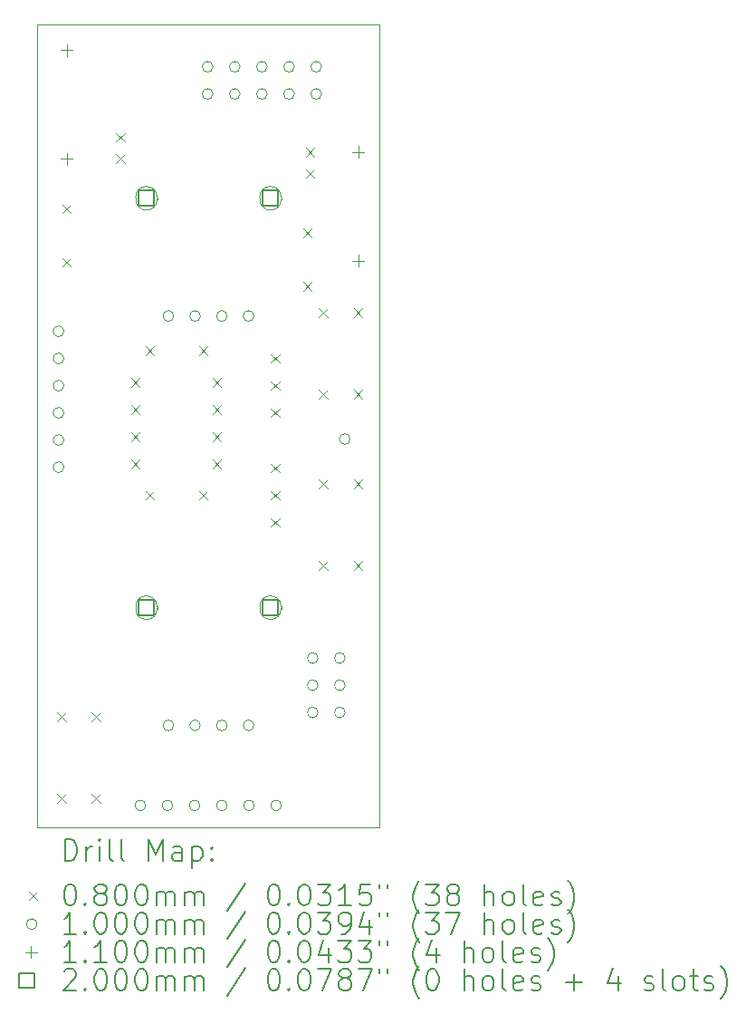
<source format=gbr>
%TF.GenerationSoftware,KiCad,Pcbnew,9.0.0*%
%TF.CreationDate,2025-03-02T11:49:28+01:00*%
%TF.ProjectId,DMH_Multiverter_PCB,444d485f-4d75-46c7-9469-766572746572,1*%
%TF.SameCoordinates,Original*%
%TF.FileFunction,Drillmap*%
%TF.FilePolarity,Positive*%
%FSLAX45Y45*%
G04 Gerber Fmt 4.5, Leading zero omitted, Abs format (unit mm)*
G04 Created by KiCad (PCBNEW 9.0.0) date 2025-03-02 11:49:28*
%MOMM*%
%LPD*%
G01*
G04 APERTURE LIST*
%ADD10C,0.050000*%
%ADD11C,0.200000*%
%ADD12C,0.100000*%
%ADD13C,0.110000*%
G04 APERTURE END LIST*
D10*
X6700000Y-4250000D02*
X9900000Y-4250000D01*
X9900000Y-11750000D01*
X6700000Y-11750000D01*
X6700000Y-4250000D01*
D11*
D12*
X6885000Y-10679000D02*
X6965000Y-10759000D01*
X6965000Y-10679000D02*
X6885000Y-10759000D01*
X6885000Y-11441000D02*
X6965000Y-11521000D01*
X6965000Y-11441000D02*
X6885000Y-11521000D01*
X6935000Y-5935000D02*
X7015000Y-6015000D01*
X7015000Y-5935000D02*
X6935000Y-6015000D01*
X6935000Y-6435000D02*
X7015000Y-6515000D01*
X7015000Y-6435000D02*
X6935000Y-6515000D01*
X7210000Y-10679000D02*
X7290000Y-10759000D01*
X7290000Y-10679000D02*
X7210000Y-10759000D01*
X7210000Y-11441000D02*
X7290000Y-11521000D01*
X7290000Y-11441000D02*
X7210000Y-11521000D01*
X7435000Y-5264489D02*
X7515000Y-5344489D01*
X7515000Y-5264489D02*
X7435000Y-5344489D01*
X7435000Y-5464489D02*
X7515000Y-5544489D01*
X7515000Y-5464489D02*
X7435000Y-5544489D01*
X7578000Y-7555000D02*
X7658000Y-7635000D01*
X7658000Y-7555000D02*
X7578000Y-7635000D01*
X7578000Y-7809000D02*
X7658000Y-7889000D01*
X7658000Y-7809000D02*
X7578000Y-7889000D01*
X7578000Y-8063000D02*
X7658000Y-8143000D01*
X7658000Y-8063000D02*
X7578000Y-8143000D01*
X7578000Y-8317000D02*
X7658000Y-8397000D01*
X7658000Y-8317000D02*
X7578000Y-8397000D01*
X7710000Y-7260000D02*
X7790000Y-7340000D01*
X7790000Y-7260000D02*
X7710000Y-7340000D01*
X7710000Y-8610000D02*
X7790000Y-8690000D01*
X7790000Y-8610000D02*
X7710000Y-8690000D01*
X8210000Y-7260000D02*
X8290000Y-7340000D01*
X8290000Y-7260000D02*
X8210000Y-7340000D01*
X8210000Y-8610000D02*
X8290000Y-8690000D01*
X8290000Y-8610000D02*
X8210000Y-8690000D01*
X8340000Y-7555000D02*
X8420000Y-7635000D01*
X8420000Y-7555000D02*
X8340000Y-7635000D01*
X8340000Y-7809000D02*
X8420000Y-7889000D01*
X8420000Y-7809000D02*
X8340000Y-7889000D01*
X8340000Y-8063000D02*
X8420000Y-8143000D01*
X8420000Y-8063000D02*
X8340000Y-8143000D01*
X8340000Y-8317000D02*
X8420000Y-8397000D01*
X8420000Y-8317000D02*
X8340000Y-8397000D01*
X8885000Y-7332000D02*
X8965000Y-7412000D01*
X8965000Y-7332000D02*
X8885000Y-7412000D01*
X8885000Y-7586000D02*
X8965000Y-7666000D01*
X8965000Y-7586000D02*
X8885000Y-7666000D01*
X8885000Y-7840000D02*
X8965000Y-7920000D01*
X8965000Y-7840000D02*
X8885000Y-7920000D01*
X8885000Y-8357000D02*
X8965000Y-8437000D01*
X8965000Y-8357000D02*
X8885000Y-8437000D01*
X8885000Y-8611000D02*
X8965000Y-8691000D01*
X8965000Y-8611000D02*
X8885000Y-8691000D01*
X8885000Y-8865000D02*
X8965000Y-8945000D01*
X8965000Y-8865000D02*
X8885000Y-8945000D01*
X9185000Y-6160000D02*
X9265000Y-6240000D01*
X9265000Y-6160000D02*
X9185000Y-6240000D01*
X9185000Y-6660000D02*
X9265000Y-6740000D01*
X9265000Y-6660000D02*
X9185000Y-6740000D01*
X9210000Y-5405511D02*
X9290000Y-5485511D01*
X9290000Y-5405511D02*
X9210000Y-5485511D01*
X9210000Y-5605511D02*
X9290000Y-5685511D01*
X9290000Y-5605511D02*
X9210000Y-5685511D01*
X9335000Y-6904000D02*
X9415000Y-6984000D01*
X9415000Y-6904000D02*
X9335000Y-6984000D01*
X9335000Y-7666000D02*
X9415000Y-7746000D01*
X9415000Y-7666000D02*
X9335000Y-7746000D01*
X9335000Y-8504000D02*
X9415000Y-8584000D01*
X9415000Y-8504000D02*
X9335000Y-8584000D01*
X9335000Y-9266000D02*
X9415000Y-9346000D01*
X9415000Y-9266000D02*
X9335000Y-9346000D01*
X9660000Y-6904000D02*
X9740000Y-6984000D01*
X9740000Y-6904000D02*
X9660000Y-6984000D01*
X9660000Y-7666000D02*
X9740000Y-7746000D01*
X9740000Y-7666000D02*
X9660000Y-7746000D01*
X9660000Y-8504000D02*
X9740000Y-8584000D01*
X9740000Y-8504000D02*
X9660000Y-8584000D01*
X9660000Y-9266000D02*
X9740000Y-9346000D01*
X9740000Y-9266000D02*
X9660000Y-9346000D01*
X6947500Y-7117500D02*
G75*
G02*
X6847500Y-7117500I-50000J0D01*
G01*
X6847500Y-7117500D02*
G75*
G02*
X6947500Y-7117500I50000J0D01*
G01*
X6947500Y-7371500D02*
G75*
G02*
X6847500Y-7371500I-50000J0D01*
G01*
X6847500Y-7371500D02*
G75*
G02*
X6947500Y-7371500I50000J0D01*
G01*
X6947500Y-7625500D02*
G75*
G02*
X6847500Y-7625500I-50000J0D01*
G01*
X6847500Y-7625500D02*
G75*
G02*
X6947500Y-7625500I50000J0D01*
G01*
X6947500Y-7879500D02*
G75*
G02*
X6847500Y-7879500I-50000J0D01*
G01*
X6847500Y-7879500D02*
G75*
G02*
X6947500Y-7879500I50000J0D01*
G01*
X6947500Y-8133500D02*
G75*
G02*
X6847500Y-8133500I-50000J0D01*
G01*
X6847500Y-8133500D02*
G75*
G02*
X6947500Y-8133500I50000J0D01*
G01*
X6947500Y-8387500D02*
G75*
G02*
X6847500Y-8387500I-50000J0D01*
G01*
X6847500Y-8387500D02*
G75*
G02*
X6947500Y-8387500I50000J0D01*
G01*
X7712500Y-11547500D02*
G75*
G02*
X7612500Y-11547500I-50000J0D01*
G01*
X7612500Y-11547500D02*
G75*
G02*
X7712500Y-11547500I50000J0D01*
G01*
X7966500Y-11547500D02*
G75*
G02*
X7866500Y-11547500I-50000J0D01*
G01*
X7866500Y-11547500D02*
G75*
G02*
X7966500Y-11547500I50000J0D01*
G01*
X7975000Y-6975000D02*
G75*
G02*
X7875000Y-6975000I-50000J0D01*
G01*
X7875000Y-6975000D02*
G75*
G02*
X7975000Y-6975000I50000J0D01*
G01*
X7975000Y-10800000D02*
G75*
G02*
X7875000Y-10800000I-50000J0D01*
G01*
X7875000Y-10800000D02*
G75*
G02*
X7975000Y-10800000I50000J0D01*
G01*
X8220500Y-11547500D02*
G75*
G02*
X8120500Y-11547500I-50000J0D01*
G01*
X8120500Y-11547500D02*
G75*
G02*
X8220500Y-11547500I50000J0D01*
G01*
X8225000Y-6975000D02*
G75*
G02*
X8125000Y-6975000I-50000J0D01*
G01*
X8125000Y-6975000D02*
G75*
G02*
X8225000Y-6975000I50000J0D01*
G01*
X8225000Y-10800000D02*
G75*
G02*
X8125000Y-10800000I-50000J0D01*
G01*
X8125000Y-10800000D02*
G75*
G02*
X8225000Y-10800000I50000J0D01*
G01*
X8342000Y-4646250D02*
G75*
G02*
X8242000Y-4646250I-50000J0D01*
G01*
X8242000Y-4646250D02*
G75*
G02*
X8342000Y-4646250I50000J0D01*
G01*
X8342000Y-4900250D02*
G75*
G02*
X8242000Y-4900250I-50000J0D01*
G01*
X8242000Y-4900250D02*
G75*
G02*
X8342000Y-4900250I50000J0D01*
G01*
X8474500Y-11547500D02*
G75*
G02*
X8374500Y-11547500I-50000J0D01*
G01*
X8374500Y-11547500D02*
G75*
G02*
X8474500Y-11547500I50000J0D01*
G01*
X8475000Y-6975000D02*
G75*
G02*
X8375000Y-6975000I-50000J0D01*
G01*
X8375000Y-6975000D02*
G75*
G02*
X8475000Y-6975000I50000J0D01*
G01*
X8475000Y-10800000D02*
G75*
G02*
X8375000Y-10800000I-50000J0D01*
G01*
X8375000Y-10800000D02*
G75*
G02*
X8475000Y-10800000I50000J0D01*
G01*
X8596000Y-4646250D02*
G75*
G02*
X8496000Y-4646250I-50000J0D01*
G01*
X8496000Y-4646250D02*
G75*
G02*
X8596000Y-4646250I50000J0D01*
G01*
X8596000Y-4900250D02*
G75*
G02*
X8496000Y-4900250I-50000J0D01*
G01*
X8496000Y-4900250D02*
G75*
G02*
X8596000Y-4900250I50000J0D01*
G01*
X8725000Y-6975000D02*
G75*
G02*
X8625000Y-6975000I-50000J0D01*
G01*
X8625000Y-6975000D02*
G75*
G02*
X8725000Y-6975000I50000J0D01*
G01*
X8725000Y-10800000D02*
G75*
G02*
X8625000Y-10800000I-50000J0D01*
G01*
X8625000Y-10800000D02*
G75*
G02*
X8725000Y-10800000I50000J0D01*
G01*
X8728500Y-11547500D02*
G75*
G02*
X8628500Y-11547500I-50000J0D01*
G01*
X8628500Y-11547500D02*
G75*
G02*
X8728500Y-11547500I50000J0D01*
G01*
X8850000Y-4646250D02*
G75*
G02*
X8750000Y-4646250I-50000J0D01*
G01*
X8750000Y-4646250D02*
G75*
G02*
X8850000Y-4646250I50000J0D01*
G01*
X8850000Y-4900250D02*
G75*
G02*
X8750000Y-4900250I-50000J0D01*
G01*
X8750000Y-4900250D02*
G75*
G02*
X8850000Y-4900250I50000J0D01*
G01*
X8982500Y-11547500D02*
G75*
G02*
X8882500Y-11547500I-50000J0D01*
G01*
X8882500Y-11547500D02*
G75*
G02*
X8982500Y-11547500I50000J0D01*
G01*
X9104000Y-4646250D02*
G75*
G02*
X9004000Y-4646250I-50000J0D01*
G01*
X9004000Y-4646250D02*
G75*
G02*
X9104000Y-4646250I50000J0D01*
G01*
X9104000Y-4900250D02*
G75*
G02*
X9004000Y-4900250I-50000J0D01*
G01*
X9004000Y-4900250D02*
G75*
G02*
X9104000Y-4900250I50000J0D01*
G01*
X9324750Y-10171000D02*
G75*
G02*
X9224750Y-10171000I-50000J0D01*
G01*
X9224750Y-10171000D02*
G75*
G02*
X9324750Y-10171000I50000J0D01*
G01*
X9324750Y-10425000D02*
G75*
G02*
X9224750Y-10425000I-50000J0D01*
G01*
X9224750Y-10425000D02*
G75*
G02*
X9324750Y-10425000I50000J0D01*
G01*
X9324750Y-10679000D02*
G75*
G02*
X9224750Y-10679000I-50000J0D01*
G01*
X9224750Y-10679000D02*
G75*
G02*
X9324750Y-10679000I50000J0D01*
G01*
X9358000Y-4646250D02*
G75*
G02*
X9258000Y-4646250I-50000J0D01*
G01*
X9258000Y-4646250D02*
G75*
G02*
X9358000Y-4646250I50000J0D01*
G01*
X9358000Y-4900250D02*
G75*
G02*
X9258000Y-4900250I-50000J0D01*
G01*
X9258000Y-4900250D02*
G75*
G02*
X9358000Y-4900250I50000J0D01*
G01*
X9578750Y-10171000D02*
G75*
G02*
X9478750Y-10171000I-50000J0D01*
G01*
X9478750Y-10171000D02*
G75*
G02*
X9578750Y-10171000I50000J0D01*
G01*
X9578750Y-10425000D02*
G75*
G02*
X9478750Y-10425000I-50000J0D01*
G01*
X9478750Y-10425000D02*
G75*
G02*
X9578750Y-10425000I50000J0D01*
G01*
X9578750Y-10679000D02*
G75*
G02*
X9478750Y-10679000I-50000J0D01*
G01*
X9478750Y-10679000D02*
G75*
G02*
X9578750Y-10679000I50000J0D01*
G01*
X9625000Y-8125000D02*
G75*
G02*
X9525000Y-8125000I-50000J0D01*
G01*
X9525000Y-8125000D02*
G75*
G02*
X9625000Y-8125000I50000J0D01*
G01*
D13*
X6975000Y-4437000D02*
X6975000Y-4547000D01*
X6920000Y-4492000D02*
X7030000Y-4492000D01*
X6975000Y-5453000D02*
X6975000Y-5563000D01*
X6920000Y-5508000D02*
X7030000Y-5508000D01*
X9700000Y-5387000D02*
X9700000Y-5497000D01*
X9645000Y-5442000D02*
X9755000Y-5442000D01*
X9700000Y-6403000D02*
X9700000Y-6513000D01*
X9645000Y-6458000D02*
X9755000Y-6458000D01*
D11*
X7790711Y-5945711D02*
X7790711Y-5804289D01*
X7649289Y-5804289D01*
X7649289Y-5945711D01*
X7790711Y-5945711D01*
D12*
X7620000Y-5865000D02*
X7620000Y-5885000D01*
X7820000Y-5885000D02*
G75*
G02*
X7620000Y-5885000I-100000J0D01*
G01*
X7820000Y-5885000D02*
X7820000Y-5865000D01*
X7820000Y-5865000D02*
G75*
G03*
X7620000Y-5865000I-100000J0D01*
G01*
D11*
X7790711Y-9770711D02*
X7790711Y-9629289D01*
X7649289Y-9629289D01*
X7649289Y-9770711D01*
X7790711Y-9770711D01*
D12*
X7620000Y-9690000D02*
X7620000Y-9710000D01*
X7820000Y-9710000D02*
G75*
G02*
X7620000Y-9710000I-100000J0D01*
G01*
X7820000Y-9710000D02*
X7820000Y-9690000D01*
X7820000Y-9690000D02*
G75*
G03*
X7620000Y-9690000I-100000J0D01*
G01*
D11*
X8950711Y-5945711D02*
X8950711Y-5804289D01*
X8809289Y-5804289D01*
X8809289Y-5945711D01*
X8950711Y-5945711D01*
D12*
X8780000Y-5865000D02*
X8780000Y-5885000D01*
X8980000Y-5885000D02*
G75*
G02*
X8780000Y-5885000I-100000J0D01*
G01*
X8980000Y-5885000D02*
X8980000Y-5865000D01*
X8980000Y-5865000D02*
G75*
G03*
X8780000Y-5865000I-100000J0D01*
G01*
D11*
X8950711Y-9770711D02*
X8950711Y-9629289D01*
X8809289Y-9629289D01*
X8809289Y-9770711D01*
X8950711Y-9770711D01*
D12*
X8780000Y-9690000D02*
X8780000Y-9710000D01*
X8980000Y-9710000D02*
G75*
G02*
X8780000Y-9710000I-100000J0D01*
G01*
X8980000Y-9710000D02*
X8980000Y-9690000D01*
X8980000Y-9690000D02*
G75*
G03*
X8780000Y-9690000I-100000J0D01*
G01*
D11*
X6958277Y-12063984D02*
X6958277Y-11863984D01*
X6958277Y-11863984D02*
X7005896Y-11863984D01*
X7005896Y-11863984D02*
X7034467Y-11873508D01*
X7034467Y-11873508D02*
X7053515Y-11892555D01*
X7053515Y-11892555D02*
X7063039Y-11911603D01*
X7063039Y-11911603D02*
X7072562Y-11949698D01*
X7072562Y-11949698D02*
X7072562Y-11978269D01*
X7072562Y-11978269D02*
X7063039Y-12016365D01*
X7063039Y-12016365D02*
X7053515Y-12035412D01*
X7053515Y-12035412D02*
X7034467Y-12054460D01*
X7034467Y-12054460D02*
X7005896Y-12063984D01*
X7005896Y-12063984D02*
X6958277Y-12063984D01*
X7158277Y-12063984D02*
X7158277Y-11930650D01*
X7158277Y-11968746D02*
X7167801Y-11949698D01*
X7167801Y-11949698D02*
X7177324Y-11940174D01*
X7177324Y-11940174D02*
X7196372Y-11930650D01*
X7196372Y-11930650D02*
X7215420Y-11930650D01*
X7282086Y-12063984D02*
X7282086Y-11930650D01*
X7282086Y-11863984D02*
X7272562Y-11873508D01*
X7272562Y-11873508D02*
X7282086Y-11883031D01*
X7282086Y-11883031D02*
X7291610Y-11873508D01*
X7291610Y-11873508D02*
X7282086Y-11863984D01*
X7282086Y-11863984D02*
X7282086Y-11883031D01*
X7405896Y-12063984D02*
X7386848Y-12054460D01*
X7386848Y-12054460D02*
X7377324Y-12035412D01*
X7377324Y-12035412D02*
X7377324Y-11863984D01*
X7510658Y-12063984D02*
X7491610Y-12054460D01*
X7491610Y-12054460D02*
X7482086Y-12035412D01*
X7482086Y-12035412D02*
X7482086Y-11863984D01*
X7739229Y-12063984D02*
X7739229Y-11863984D01*
X7739229Y-11863984D02*
X7805896Y-12006841D01*
X7805896Y-12006841D02*
X7872562Y-11863984D01*
X7872562Y-11863984D02*
X7872562Y-12063984D01*
X8053515Y-12063984D02*
X8053515Y-11959222D01*
X8053515Y-11959222D02*
X8043991Y-11940174D01*
X8043991Y-11940174D02*
X8024943Y-11930650D01*
X8024943Y-11930650D02*
X7986848Y-11930650D01*
X7986848Y-11930650D02*
X7967801Y-11940174D01*
X8053515Y-12054460D02*
X8034467Y-12063984D01*
X8034467Y-12063984D02*
X7986848Y-12063984D01*
X7986848Y-12063984D02*
X7967801Y-12054460D01*
X7967801Y-12054460D02*
X7958277Y-12035412D01*
X7958277Y-12035412D02*
X7958277Y-12016365D01*
X7958277Y-12016365D02*
X7967801Y-11997317D01*
X7967801Y-11997317D02*
X7986848Y-11987793D01*
X7986848Y-11987793D02*
X8034467Y-11987793D01*
X8034467Y-11987793D02*
X8053515Y-11978269D01*
X8148753Y-11930650D02*
X8148753Y-12130650D01*
X8148753Y-11940174D02*
X8167801Y-11930650D01*
X8167801Y-11930650D02*
X8205896Y-11930650D01*
X8205896Y-11930650D02*
X8224943Y-11940174D01*
X8224943Y-11940174D02*
X8234467Y-11949698D01*
X8234467Y-11949698D02*
X8243991Y-11968746D01*
X8243991Y-11968746D02*
X8243991Y-12025888D01*
X8243991Y-12025888D02*
X8234467Y-12044936D01*
X8234467Y-12044936D02*
X8224943Y-12054460D01*
X8224943Y-12054460D02*
X8205896Y-12063984D01*
X8205896Y-12063984D02*
X8167801Y-12063984D01*
X8167801Y-12063984D02*
X8148753Y-12054460D01*
X8329705Y-12044936D02*
X8339229Y-12054460D01*
X8339229Y-12054460D02*
X8329705Y-12063984D01*
X8329705Y-12063984D02*
X8320182Y-12054460D01*
X8320182Y-12054460D02*
X8329705Y-12044936D01*
X8329705Y-12044936D02*
X8329705Y-12063984D01*
X8329705Y-11940174D02*
X8339229Y-11949698D01*
X8339229Y-11949698D02*
X8329705Y-11959222D01*
X8329705Y-11959222D02*
X8320182Y-11949698D01*
X8320182Y-11949698D02*
X8329705Y-11940174D01*
X8329705Y-11940174D02*
X8329705Y-11959222D01*
D12*
X6617500Y-12352500D02*
X6697500Y-12432500D01*
X6697500Y-12352500D02*
X6617500Y-12432500D01*
D11*
X6996372Y-12283984D02*
X7015420Y-12283984D01*
X7015420Y-12283984D02*
X7034467Y-12293508D01*
X7034467Y-12293508D02*
X7043991Y-12303031D01*
X7043991Y-12303031D02*
X7053515Y-12322079D01*
X7053515Y-12322079D02*
X7063039Y-12360174D01*
X7063039Y-12360174D02*
X7063039Y-12407793D01*
X7063039Y-12407793D02*
X7053515Y-12445888D01*
X7053515Y-12445888D02*
X7043991Y-12464936D01*
X7043991Y-12464936D02*
X7034467Y-12474460D01*
X7034467Y-12474460D02*
X7015420Y-12483984D01*
X7015420Y-12483984D02*
X6996372Y-12483984D01*
X6996372Y-12483984D02*
X6977324Y-12474460D01*
X6977324Y-12474460D02*
X6967801Y-12464936D01*
X6967801Y-12464936D02*
X6958277Y-12445888D01*
X6958277Y-12445888D02*
X6948753Y-12407793D01*
X6948753Y-12407793D02*
X6948753Y-12360174D01*
X6948753Y-12360174D02*
X6958277Y-12322079D01*
X6958277Y-12322079D02*
X6967801Y-12303031D01*
X6967801Y-12303031D02*
X6977324Y-12293508D01*
X6977324Y-12293508D02*
X6996372Y-12283984D01*
X7148753Y-12464936D02*
X7158277Y-12474460D01*
X7158277Y-12474460D02*
X7148753Y-12483984D01*
X7148753Y-12483984D02*
X7139229Y-12474460D01*
X7139229Y-12474460D02*
X7148753Y-12464936D01*
X7148753Y-12464936D02*
X7148753Y-12483984D01*
X7272562Y-12369698D02*
X7253515Y-12360174D01*
X7253515Y-12360174D02*
X7243991Y-12350650D01*
X7243991Y-12350650D02*
X7234467Y-12331603D01*
X7234467Y-12331603D02*
X7234467Y-12322079D01*
X7234467Y-12322079D02*
X7243991Y-12303031D01*
X7243991Y-12303031D02*
X7253515Y-12293508D01*
X7253515Y-12293508D02*
X7272562Y-12283984D01*
X7272562Y-12283984D02*
X7310658Y-12283984D01*
X7310658Y-12283984D02*
X7329705Y-12293508D01*
X7329705Y-12293508D02*
X7339229Y-12303031D01*
X7339229Y-12303031D02*
X7348753Y-12322079D01*
X7348753Y-12322079D02*
X7348753Y-12331603D01*
X7348753Y-12331603D02*
X7339229Y-12350650D01*
X7339229Y-12350650D02*
X7329705Y-12360174D01*
X7329705Y-12360174D02*
X7310658Y-12369698D01*
X7310658Y-12369698D02*
X7272562Y-12369698D01*
X7272562Y-12369698D02*
X7253515Y-12379222D01*
X7253515Y-12379222D02*
X7243991Y-12388746D01*
X7243991Y-12388746D02*
X7234467Y-12407793D01*
X7234467Y-12407793D02*
X7234467Y-12445888D01*
X7234467Y-12445888D02*
X7243991Y-12464936D01*
X7243991Y-12464936D02*
X7253515Y-12474460D01*
X7253515Y-12474460D02*
X7272562Y-12483984D01*
X7272562Y-12483984D02*
X7310658Y-12483984D01*
X7310658Y-12483984D02*
X7329705Y-12474460D01*
X7329705Y-12474460D02*
X7339229Y-12464936D01*
X7339229Y-12464936D02*
X7348753Y-12445888D01*
X7348753Y-12445888D02*
X7348753Y-12407793D01*
X7348753Y-12407793D02*
X7339229Y-12388746D01*
X7339229Y-12388746D02*
X7329705Y-12379222D01*
X7329705Y-12379222D02*
X7310658Y-12369698D01*
X7472562Y-12283984D02*
X7491610Y-12283984D01*
X7491610Y-12283984D02*
X7510658Y-12293508D01*
X7510658Y-12293508D02*
X7520182Y-12303031D01*
X7520182Y-12303031D02*
X7529705Y-12322079D01*
X7529705Y-12322079D02*
X7539229Y-12360174D01*
X7539229Y-12360174D02*
X7539229Y-12407793D01*
X7539229Y-12407793D02*
X7529705Y-12445888D01*
X7529705Y-12445888D02*
X7520182Y-12464936D01*
X7520182Y-12464936D02*
X7510658Y-12474460D01*
X7510658Y-12474460D02*
X7491610Y-12483984D01*
X7491610Y-12483984D02*
X7472562Y-12483984D01*
X7472562Y-12483984D02*
X7453515Y-12474460D01*
X7453515Y-12474460D02*
X7443991Y-12464936D01*
X7443991Y-12464936D02*
X7434467Y-12445888D01*
X7434467Y-12445888D02*
X7424943Y-12407793D01*
X7424943Y-12407793D02*
X7424943Y-12360174D01*
X7424943Y-12360174D02*
X7434467Y-12322079D01*
X7434467Y-12322079D02*
X7443991Y-12303031D01*
X7443991Y-12303031D02*
X7453515Y-12293508D01*
X7453515Y-12293508D02*
X7472562Y-12283984D01*
X7663039Y-12283984D02*
X7682086Y-12283984D01*
X7682086Y-12283984D02*
X7701134Y-12293508D01*
X7701134Y-12293508D02*
X7710658Y-12303031D01*
X7710658Y-12303031D02*
X7720182Y-12322079D01*
X7720182Y-12322079D02*
X7729705Y-12360174D01*
X7729705Y-12360174D02*
X7729705Y-12407793D01*
X7729705Y-12407793D02*
X7720182Y-12445888D01*
X7720182Y-12445888D02*
X7710658Y-12464936D01*
X7710658Y-12464936D02*
X7701134Y-12474460D01*
X7701134Y-12474460D02*
X7682086Y-12483984D01*
X7682086Y-12483984D02*
X7663039Y-12483984D01*
X7663039Y-12483984D02*
X7643991Y-12474460D01*
X7643991Y-12474460D02*
X7634467Y-12464936D01*
X7634467Y-12464936D02*
X7624943Y-12445888D01*
X7624943Y-12445888D02*
X7615420Y-12407793D01*
X7615420Y-12407793D02*
X7615420Y-12360174D01*
X7615420Y-12360174D02*
X7624943Y-12322079D01*
X7624943Y-12322079D02*
X7634467Y-12303031D01*
X7634467Y-12303031D02*
X7643991Y-12293508D01*
X7643991Y-12293508D02*
X7663039Y-12283984D01*
X7815420Y-12483984D02*
X7815420Y-12350650D01*
X7815420Y-12369698D02*
X7824943Y-12360174D01*
X7824943Y-12360174D02*
X7843991Y-12350650D01*
X7843991Y-12350650D02*
X7872563Y-12350650D01*
X7872563Y-12350650D02*
X7891610Y-12360174D01*
X7891610Y-12360174D02*
X7901134Y-12379222D01*
X7901134Y-12379222D02*
X7901134Y-12483984D01*
X7901134Y-12379222D02*
X7910658Y-12360174D01*
X7910658Y-12360174D02*
X7929705Y-12350650D01*
X7929705Y-12350650D02*
X7958277Y-12350650D01*
X7958277Y-12350650D02*
X7977324Y-12360174D01*
X7977324Y-12360174D02*
X7986848Y-12379222D01*
X7986848Y-12379222D02*
X7986848Y-12483984D01*
X8082086Y-12483984D02*
X8082086Y-12350650D01*
X8082086Y-12369698D02*
X8091610Y-12360174D01*
X8091610Y-12360174D02*
X8110658Y-12350650D01*
X8110658Y-12350650D02*
X8139229Y-12350650D01*
X8139229Y-12350650D02*
X8158277Y-12360174D01*
X8158277Y-12360174D02*
X8167801Y-12379222D01*
X8167801Y-12379222D02*
X8167801Y-12483984D01*
X8167801Y-12379222D02*
X8177324Y-12360174D01*
X8177324Y-12360174D02*
X8196372Y-12350650D01*
X8196372Y-12350650D02*
X8224943Y-12350650D01*
X8224943Y-12350650D02*
X8243991Y-12360174D01*
X8243991Y-12360174D02*
X8253515Y-12379222D01*
X8253515Y-12379222D02*
X8253515Y-12483984D01*
X8643991Y-12274460D02*
X8472563Y-12531603D01*
X8901134Y-12283984D02*
X8920182Y-12283984D01*
X8920182Y-12283984D02*
X8939229Y-12293508D01*
X8939229Y-12293508D02*
X8948753Y-12303031D01*
X8948753Y-12303031D02*
X8958277Y-12322079D01*
X8958277Y-12322079D02*
X8967801Y-12360174D01*
X8967801Y-12360174D02*
X8967801Y-12407793D01*
X8967801Y-12407793D02*
X8958277Y-12445888D01*
X8958277Y-12445888D02*
X8948753Y-12464936D01*
X8948753Y-12464936D02*
X8939229Y-12474460D01*
X8939229Y-12474460D02*
X8920182Y-12483984D01*
X8920182Y-12483984D02*
X8901134Y-12483984D01*
X8901134Y-12483984D02*
X8882087Y-12474460D01*
X8882087Y-12474460D02*
X8872563Y-12464936D01*
X8872563Y-12464936D02*
X8863039Y-12445888D01*
X8863039Y-12445888D02*
X8853515Y-12407793D01*
X8853515Y-12407793D02*
X8853515Y-12360174D01*
X8853515Y-12360174D02*
X8863039Y-12322079D01*
X8863039Y-12322079D02*
X8872563Y-12303031D01*
X8872563Y-12303031D02*
X8882087Y-12293508D01*
X8882087Y-12293508D02*
X8901134Y-12283984D01*
X9053515Y-12464936D02*
X9063039Y-12474460D01*
X9063039Y-12474460D02*
X9053515Y-12483984D01*
X9053515Y-12483984D02*
X9043991Y-12474460D01*
X9043991Y-12474460D02*
X9053515Y-12464936D01*
X9053515Y-12464936D02*
X9053515Y-12483984D01*
X9186848Y-12283984D02*
X9205896Y-12283984D01*
X9205896Y-12283984D02*
X9224944Y-12293508D01*
X9224944Y-12293508D02*
X9234468Y-12303031D01*
X9234468Y-12303031D02*
X9243991Y-12322079D01*
X9243991Y-12322079D02*
X9253515Y-12360174D01*
X9253515Y-12360174D02*
X9253515Y-12407793D01*
X9253515Y-12407793D02*
X9243991Y-12445888D01*
X9243991Y-12445888D02*
X9234468Y-12464936D01*
X9234468Y-12464936D02*
X9224944Y-12474460D01*
X9224944Y-12474460D02*
X9205896Y-12483984D01*
X9205896Y-12483984D02*
X9186848Y-12483984D01*
X9186848Y-12483984D02*
X9167801Y-12474460D01*
X9167801Y-12474460D02*
X9158277Y-12464936D01*
X9158277Y-12464936D02*
X9148753Y-12445888D01*
X9148753Y-12445888D02*
X9139229Y-12407793D01*
X9139229Y-12407793D02*
X9139229Y-12360174D01*
X9139229Y-12360174D02*
X9148753Y-12322079D01*
X9148753Y-12322079D02*
X9158277Y-12303031D01*
X9158277Y-12303031D02*
X9167801Y-12293508D01*
X9167801Y-12293508D02*
X9186848Y-12283984D01*
X9320182Y-12283984D02*
X9443991Y-12283984D01*
X9443991Y-12283984D02*
X9377325Y-12360174D01*
X9377325Y-12360174D02*
X9405896Y-12360174D01*
X9405896Y-12360174D02*
X9424944Y-12369698D01*
X9424944Y-12369698D02*
X9434468Y-12379222D01*
X9434468Y-12379222D02*
X9443991Y-12398269D01*
X9443991Y-12398269D02*
X9443991Y-12445888D01*
X9443991Y-12445888D02*
X9434468Y-12464936D01*
X9434468Y-12464936D02*
X9424944Y-12474460D01*
X9424944Y-12474460D02*
X9405896Y-12483984D01*
X9405896Y-12483984D02*
X9348753Y-12483984D01*
X9348753Y-12483984D02*
X9329706Y-12474460D01*
X9329706Y-12474460D02*
X9320182Y-12464936D01*
X9634468Y-12483984D02*
X9520182Y-12483984D01*
X9577325Y-12483984D02*
X9577325Y-12283984D01*
X9577325Y-12283984D02*
X9558277Y-12312555D01*
X9558277Y-12312555D02*
X9539229Y-12331603D01*
X9539229Y-12331603D02*
X9520182Y-12341127D01*
X9815420Y-12283984D02*
X9720182Y-12283984D01*
X9720182Y-12283984D02*
X9710658Y-12379222D01*
X9710658Y-12379222D02*
X9720182Y-12369698D01*
X9720182Y-12369698D02*
X9739229Y-12360174D01*
X9739229Y-12360174D02*
X9786849Y-12360174D01*
X9786849Y-12360174D02*
X9805896Y-12369698D01*
X9805896Y-12369698D02*
X9815420Y-12379222D01*
X9815420Y-12379222D02*
X9824944Y-12398269D01*
X9824944Y-12398269D02*
X9824944Y-12445888D01*
X9824944Y-12445888D02*
X9815420Y-12464936D01*
X9815420Y-12464936D02*
X9805896Y-12474460D01*
X9805896Y-12474460D02*
X9786849Y-12483984D01*
X9786849Y-12483984D02*
X9739229Y-12483984D01*
X9739229Y-12483984D02*
X9720182Y-12474460D01*
X9720182Y-12474460D02*
X9710658Y-12464936D01*
X9901134Y-12283984D02*
X9901134Y-12322079D01*
X9977325Y-12283984D02*
X9977325Y-12322079D01*
X10272563Y-12560174D02*
X10263039Y-12550650D01*
X10263039Y-12550650D02*
X10243991Y-12522079D01*
X10243991Y-12522079D02*
X10234468Y-12503031D01*
X10234468Y-12503031D02*
X10224944Y-12474460D01*
X10224944Y-12474460D02*
X10215420Y-12426841D01*
X10215420Y-12426841D02*
X10215420Y-12388746D01*
X10215420Y-12388746D02*
X10224944Y-12341127D01*
X10224944Y-12341127D02*
X10234468Y-12312555D01*
X10234468Y-12312555D02*
X10243991Y-12293508D01*
X10243991Y-12293508D02*
X10263039Y-12264936D01*
X10263039Y-12264936D02*
X10272563Y-12255412D01*
X10329706Y-12283984D02*
X10453515Y-12283984D01*
X10453515Y-12283984D02*
X10386849Y-12360174D01*
X10386849Y-12360174D02*
X10415420Y-12360174D01*
X10415420Y-12360174D02*
X10434468Y-12369698D01*
X10434468Y-12369698D02*
X10443991Y-12379222D01*
X10443991Y-12379222D02*
X10453515Y-12398269D01*
X10453515Y-12398269D02*
X10453515Y-12445888D01*
X10453515Y-12445888D02*
X10443991Y-12464936D01*
X10443991Y-12464936D02*
X10434468Y-12474460D01*
X10434468Y-12474460D02*
X10415420Y-12483984D01*
X10415420Y-12483984D02*
X10358277Y-12483984D01*
X10358277Y-12483984D02*
X10339230Y-12474460D01*
X10339230Y-12474460D02*
X10329706Y-12464936D01*
X10567801Y-12369698D02*
X10548753Y-12360174D01*
X10548753Y-12360174D02*
X10539230Y-12350650D01*
X10539230Y-12350650D02*
X10529706Y-12331603D01*
X10529706Y-12331603D02*
X10529706Y-12322079D01*
X10529706Y-12322079D02*
X10539230Y-12303031D01*
X10539230Y-12303031D02*
X10548753Y-12293508D01*
X10548753Y-12293508D02*
X10567801Y-12283984D01*
X10567801Y-12283984D02*
X10605896Y-12283984D01*
X10605896Y-12283984D02*
X10624944Y-12293508D01*
X10624944Y-12293508D02*
X10634468Y-12303031D01*
X10634468Y-12303031D02*
X10643991Y-12322079D01*
X10643991Y-12322079D02*
X10643991Y-12331603D01*
X10643991Y-12331603D02*
X10634468Y-12350650D01*
X10634468Y-12350650D02*
X10624944Y-12360174D01*
X10624944Y-12360174D02*
X10605896Y-12369698D01*
X10605896Y-12369698D02*
X10567801Y-12369698D01*
X10567801Y-12369698D02*
X10548753Y-12379222D01*
X10548753Y-12379222D02*
X10539230Y-12388746D01*
X10539230Y-12388746D02*
X10529706Y-12407793D01*
X10529706Y-12407793D02*
X10529706Y-12445888D01*
X10529706Y-12445888D02*
X10539230Y-12464936D01*
X10539230Y-12464936D02*
X10548753Y-12474460D01*
X10548753Y-12474460D02*
X10567801Y-12483984D01*
X10567801Y-12483984D02*
X10605896Y-12483984D01*
X10605896Y-12483984D02*
X10624944Y-12474460D01*
X10624944Y-12474460D02*
X10634468Y-12464936D01*
X10634468Y-12464936D02*
X10643991Y-12445888D01*
X10643991Y-12445888D02*
X10643991Y-12407793D01*
X10643991Y-12407793D02*
X10634468Y-12388746D01*
X10634468Y-12388746D02*
X10624944Y-12379222D01*
X10624944Y-12379222D02*
X10605896Y-12369698D01*
X10882087Y-12483984D02*
X10882087Y-12283984D01*
X10967801Y-12483984D02*
X10967801Y-12379222D01*
X10967801Y-12379222D02*
X10958277Y-12360174D01*
X10958277Y-12360174D02*
X10939230Y-12350650D01*
X10939230Y-12350650D02*
X10910658Y-12350650D01*
X10910658Y-12350650D02*
X10891611Y-12360174D01*
X10891611Y-12360174D02*
X10882087Y-12369698D01*
X11091611Y-12483984D02*
X11072563Y-12474460D01*
X11072563Y-12474460D02*
X11063039Y-12464936D01*
X11063039Y-12464936D02*
X11053515Y-12445888D01*
X11053515Y-12445888D02*
X11053515Y-12388746D01*
X11053515Y-12388746D02*
X11063039Y-12369698D01*
X11063039Y-12369698D02*
X11072563Y-12360174D01*
X11072563Y-12360174D02*
X11091611Y-12350650D01*
X11091611Y-12350650D02*
X11120182Y-12350650D01*
X11120182Y-12350650D02*
X11139230Y-12360174D01*
X11139230Y-12360174D02*
X11148753Y-12369698D01*
X11148753Y-12369698D02*
X11158277Y-12388746D01*
X11158277Y-12388746D02*
X11158277Y-12445888D01*
X11158277Y-12445888D02*
X11148753Y-12464936D01*
X11148753Y-12464936D02*
X11139230Y-12474460D01*
X11139230Y-12474460D02*
X11120182Y-12483984D01*
X11120182Y-12483984D02*
X11091611Y-12483984D01*
X11272563Y-12483984D02*
X11253515Y-12474460D01*
X11253515Y-12474460D02*
X11243991Y-12455412D01*
X11243991Y-12455412D02*
X11243991Y-12283984D01*
X11424944Y-12474460D02*
X11405896Y-12483984D01*
X11405896Y-12483984D02*
X11367801Y-12483984D01*
X11367801Y-12483984D02*
X11348753Y-12474460D01*
X11348753Y-12474460D02*
X11339230Y-12455412D01*
X11339230Y-12455412D02*
X11339230Y-12379222D01*
X11339230Y-12379222D02*
X11348753Y-12360174D01*
X11348753Y-12360174D02*
X11367801Y-12350650D01*
X11367801Y-12350650D02*
X11405896Y-12350650D01*
X11405896Y-12350650D02*
X11424944Y-12360174D01*
X11424944Y-12360174D02*
X11434468Y-12379222D01*
X11434468Y-12379222D02*
X11434468Y-12398269D01*
X11434468Y-12398269D02*
X11339230Y-12417317D01*
X11510658Y-12474460D02*
X11529706Y-12483984D01*
X11529706Y-12483984D02*
X11567801Y-12483984D01*
X11567801Y-12483984D02*
X11586849Y-12474460D01*
X11586849Y-12474460D02*
X11596372Y-12455412D01*
X11596372Y-12455412D02*
X11596372Y-12445888D01*
X11596372Y-12445888D02*
X11586849Y-12426841D01*
X11586849Y-12426841D02*
X11567801Y-12417317D01*
X11567801Y-12417317D02*
X11539230Y-12417317D01*
X11539230Y-12417317D02*
X11520182Y-12407793D01*
X11520182Y-12407793D02*
X11510658Y-12388746D01*
X11510658Y-12388746D02*
X11510658Y-12379222D01*
X11510658Y-12379222D02*
X11520182Y-12360174D01*
X11520182Y-12360174D02*
X11539230Y-12350650D01*
X11539230Y-12350650D02*
X11567801Y-12350650D01*
X11567801Y-12350650D02*
X11586849Y-12360174D01*
X11663039Y-12560174D02*
X11672563Y-12550650D01*
X11672563Y-12550650D02*
X11691611Y-12522079D01*
X11691611Y-12522079D02*
X11701134Y-12503031D01*
X11701134Y-12503031D02*
X11710658Y-12474460D01*
X11710658Y-12474460D02*
X11720182Y-12426841D01*
X11720182Y-12426841D02*
X11720182Y-12388746D01*
X11720182Y-12388746D02*
X11710658Y-12341127D01*
X11710658Y-12341127D02*
X11701134Y-12312555D01*
X11701134Y-12312555D02*
X11691611Y-12293508D01*
X11691611Y-12293508D02*
X11672563Y-12264936D01*
X11672563Y-12264936D02*
X11663039Y-12255412D01*
D12*
X6697500Y-12656500D02*
G75*
G02*
X6597500Y-12656500I-50000J0D01*
G01*
X6597500Y-12656500D02*
G75*
G02*
X6697500Y-12656500I50000J0D01*
G01*
D11*
X7063039Y-12747984D02*
X6948753Y-12747984D01*
X7005896Y-12747984D02*
X7005896Y-12547984D01*
X7005896Y-12547984D02*
X6986848Y-12576555D01*
X6986848Y-12576555D02*
X6967801Y-12595603D01*
X6967801Y-12595603D02*
X6948753Y-12605127D01*
X7148753Y-12728936D02*
X7158277Y-12738460D01*
X7158277Y-12738460D02*
X7148753Y-12747984D01*
X7148753Y-12747984D02*
X7139229Y-12738460D01*
X7139229Y-12738460D02*
X7148753Y-12728936D01*
X7148753Y-12728936D02*
X7148753Y-12747984D01*
X7282086Y-12547984D02*
X7301134Y-12547984D01*
X7301134Y-12547984D02*
X7320182Y-12557508D01*
X7320182Y-12557508D02*
X7329705Y-12567031D01*
X7329705Y-12567031D02*
X7339229Y-12586079D01*
X7339229Y-12586079D02*
X7348753Y-12624174D01*
X7348753Y-12624174D02*
X7348753Y-12671793D01*
X7348753Y-12671793D02*
X7339229Y-12709888D01*
X7339229Y-12709888D02*
X7329705Y-12728936D01*
X7329705Y-12728936D02*
X7320182Y-12738460D01*
X7320182Y-12738460D02*
X7301134Y-12747984D01*
X7301134Y-12747984D02*
X7282086Y-12747984D01*
X7282086Y-12747984D02*
X7263039Y-12738460D01*
X7263039Y-12738460D02*
X7253515Y-12728936D01*
X7253515Y-12728936D02*
X7243991Y-12709888D01*
X7243991Y-12709888D02*
X7234467Y-12671793D01*
X7234467Y-12671793D02*
X7234467Y-12624174D01*
X7234467Y-12624174D02*
X7243991Y-12586079D01*
X7243991Y-12586079D02*
X7253515Y-12567031D01*
X7253515Y-12567031D02*
X7263039Y-12557508D01*
X7263039Y-12557508D02*
X7282086Y-12547984D01*
X7472562Y-12547984D02*
X7491610Y-12547984D01*
X7491610Y-12547984D02*
X7510658Y-12557508D01*
X7510658Y-12557508D02*
X7520182Y-12567031D01*
X7520182Y-12567031D02*
X7529705Y-12586079D01*
X7529705Y-12586079D02*
X7539229Y-12624174D01*
X7539229Y-12624174D02*
X7539229Y-12671793D01*
X7539229Y-12671793D02*
X7529705Y-12709888D01*
X7529705Y-12709888D02*
X7520182Y-12728936D01*
X7520182Y-12728936D02*
X7510658Y-12738460D01*
X7510658Y-12738460D02*
X7491610Y-12747984D01*
X7491610Y-12747984D02*
X7472562Y-12747984D01*
X7472562Y-12747984D02*
X7453515Y-12738460D01*
X7453515Y-12738460D02*
X7443991Y-12728936D01*
X7443991Y-12728936D02*
X7434467Y-12709888D01*
X7434467Y-12709888D02*
X7424943Y-12671793D01*
X7424943Y-12671793D02*
X7424943Y-12624174D01*
X7424943Y-12624174D02*
X7434467Y-12586079D01*
X7434467Y-12586079D02*
X7443991Y-12567031D01*
X7443991Y-12567031D02*
X7453515Y-12557508D01*
X7453515Y-12557508D02*
X7472562Y-12547984D01*
X7663039Y-12547984D02*
X7682086Y-12547984D01*
X7682086Y-12547984D02*
X7701134Y-12557508D01*
X7701134Y-12557508D02*
X7710658Y-12567031D01*
X7710658Y-12567031D02*
X7720182Y-12586079D01*
X7720182Y-12586079D02*
X7729705Y-12624174D01*
X7729705Y-12624174D02*
X7729705Y-12671793D01*
X7729705Y-12671793D02*
X7720182Y-12709888D01*
X7720182Y-12709888D02*
X7710658Y-12728936D01*
X7710658Y-12728936D02*
X7701134Y-12738460D01*
X7701134Y-12738460D02*
X7682086Y-12747984D01*
X7682086Y-12747984D02*
X7663039Y-12747984D01*
X7663039Y-12747984D02*
X7643991Y-12738460D01*
X7643991Y-12738460D02*
X7634467Y-12728936D01*
X7634467Y-12728936D02*
X7624943Y-12709888D01*
X7624943Y-12709888D02*
X7615420Y-12671793D01*
X7615420Y-12671793D02*
X7615420Y-12624174D01*
X7615420Y-12624174D02*
X7624943Y-12586079D01*
X7624943Y-12586079D02*
X7634467Y-12567031D01*
X7634467Y-12567031D02*
X7643991Y-12557508D01*
X7643991Y-12557508D02*
X7663039Y-12547984D01*
X7815420Y-12747984D02*
X7815420Y-12614650D01*
X7815420Y-12633698D02*
X7824943Y-12624174D01*
X7824943Y-12624174D02*
X7843991Y-12614650D01*
X7843991Y-12614650D02*
X7872563Y-12614650D01*
X7872563Y-12614650D02*
X7891610Y-12624174D01*
X7891610Y-12624174D02*
X7901134Y-12643222D01*
X7901134Y-12643222D02*
X7901134Y-12747984D01*
X7901134Y-12643222D02*
X7910658Y-12624174D01*
X7910658Y-12624174D02*
X7929705Y-12614650D01*
X7929705Y-12614650D02*
X7958277Y-12614650D01*
X7958277Y-12614650D02*
X7977324Y-12624174D01*
X7977324Y-12624174D02*
X7986848Y-12643222D01*
X7986848Y-12643222D02*
X7986848Y-12747984D01*
X8082086Y-12747984D02*
X8082086Y-12614650D01*
X8082086Y-12633698D02*
X8091610Y-12624174D01*
X8091610Y-12624174D02*
X8110658Y-12614650D01*
X8110658Y-12614650D02*
X8139229Y-12614650D01*
X8139229Y-12614650D02*
X8158277Y-12624174D01*
X8158277Y-12624174D02*
X8167801Y-12643222D01*
X8167801Y-12643222D02*
X8167801Y-12747984D01*
X8167801Y-12643222D02*
X8177324Y-12624174D01*
X8177324Y-12624174D02*
X8196372Y-12614650D01*
X8196372Y-12614650D02*
X8224943Y-12614650D01*
X8224943Y-12614650D02*
X8243991Y-12624174D01*
X8243991Y-12624174D02*
X8253515Y-12643222D01*
X8253515Y-12643222D02*
X8253515Y-12747984D01*
X8643991Y-12538460D02*
X8472563Y-12795603D01*
X8901134Y-12547984D02*
X8920182Y-12547984D01*
X8920182Y-12547984D02*
X8939229Y-12557508D01*
X8939229Y-12557508D02*
X8948753Y-12567031D01*
X8948753Y-12567031D02*
X8958277Y-12586079D01*
X8958277Y-12586079D02*
X8967801Y-12624174D01*
X8967801Y-12624174D02*
X8967801Y-12671793D01*
X8967801Y-12671793D02*
X8958277Y-12709888D01*
X8958277Y-12709888D02*
X8948753Y-12728936D01*
X8948753Y-12728936D02*
X8939229Y-12738460D01*
X8939229Y-12738460D02*
X8920182Y-12747984D01*
X8920182Y-12747984D02*
X8901134Y-12747984D01*
X8901134Y-12747984D02*
X8882087Y-12738460D01*
X8882087Y-12738460D02*
X8872563Y-12728936D01*
X8872563Y-12728936D02*
X8863039Y-12709888D01*
X8863039Y-12709888D02*
X8853515Y-12671793D01*
X8853515Y-12671793D02*
X8853515Y-12624174D01*
X8853515Y-12624174D02*
X8863039Y-12586079D01*
X8863039Y-12586079D02*
X8872563Y-12567031D01*
X8872563Y-12567031D02*
X8882087Y-12557508D01*
X8882087Y-12557508D02*
X8901134Y-12547984D01*
X9053515Y-12728936D02*
X9063039Y-12738460D01*
X9063039Y-12738460D02*
X9053515Y-12747984D01*
X9053515Y-12747984D02*
X9043991Y-12738460D01*
X9043991Y-12738460D02*
X9053515Y-12728936D01*
X9053515Y-12728936D02*
X9053515Y-12747984D01*
X9186848Y-12547984D02*
X9205896Y-12547984D01*
X9205896Y-12547984D02*
X9224944Y-12557508D01*
X9224944Y-12557508D02*
X9234468Y-12567031D01*
X9234468Y-12567031D02*
X9243991Y-12586079D01*
X9243991Y-12586079D02*
X9253515Y-12624174D01*
X9253515Y-12624174D02*
X9253515Y-12671793D01*
X9253515Y-12671793D02*
X9243991Y-12709888D01*
X9243991Y-12709888D02*
X9234468Y-12728936D01*
X9234468Y-12728936D02*
X9224944Y-12738460D01*
X9224944Y-12738460D02*
X9205896Y-12747984D01*
X9205896Y-12747984D02*
X9186848Y-12747984D01*
X9186848Y-12747984D02*
X9167801Y-12738460D01*
X9167801Y-12738460D02*
X9158277Y-12728936D01*
X9158277Y-12728936D02*
X9148753Y-12709888D01*
X9148753Y-12709888D02*
X9139229Y-12671793D01*
X9139229Y-12671793D02*
X9139229Y-12624174D01*
X9139229Y-12624174D02*
X9148753Y-12586079D01*
X9148753Y-12586079D02*
X9158277Y-12567031D01*
X9158277Y-12567031D02*
X9167801Y-12557508D01*
X9167801Y-12557508D02*
X9186848Y-12547984D01*
X9320182Y-12547984D02*
X9443991Y-12547984D01*
X9443991Y-12547984D02*
X9377325Y-12624174D01*
X9377325Y-12624174D02*
X9405896Y-12624174D01*
X9405896Y-12624174D02*
X9424944Y-12633698D01*
X9424944Y-12633698D02*
X9434468Y-12643222D01*
X9434468Y-12643222D02*
X9443991Y-12662269D01*
X9443991Y-12662269D02*
X9443991Y-12709888D01*
X9443991Y-12709888D02*
X9434468Y-12728936D01*
X9434468Y-12728936D02*
X9424944Y-12738460D01*
X9424944Y-12738460D02*
X9405896Y-12747984D01*
X9405896Y-12747984D02*
X9348753Y-12747984D01*
X9348753Y-12747984D02*
X9329706Y-12738460D01*
X9329706Y-12738460D02*
X9320182Y-12728936D01*
X9539229Y-12747984D02*
X9577325Y-12747984D01*
X9577325Y-12747984D02*
X9596372Y-12738460D01*
X9596372Y-12738460D02*
X9605896Y-12728936D01*
X9605896Y-12728936D02*
X9624944Y-12700365D01*
X9624944Y-12700365D02*
X9634468Y-12662269D01*
X9634468Y-12662269D02*
X9634468Y-12586079D01*
X9634468Y-12586079D02*
X9624944Y-12567031D01*
X9624944Y-12567031D02*
X9615420Y-12557508D01*
X9615420Y-12557508D02*
X9596372Y-12547984D01*
X9596372Y-12547984D02*
X9558277Y-12547984D01*
X9558277Y-12547984D02*
X9539229Y-12557508D01*
X9539229Y-12557508D02*
X9529706Y-12567031D01*
X9529706Y-12567031D02*
X9520182Y-12586079D01*
X9520182Y-12586079D02*
X9520182Y-12633698D01*
X9520182Y-12633698D02*
X9529706Y-12652746D01*
X9529706Y-12652746D02*
X9539229Y-12662269D01*
X9539229Y-12662269D02*
X9558277Y-12671793D01*
X9558277Y-12671793D02*
X9596372Y-12671793D01*
X9596372Y-12671793D02*
X9615420Y-12662269D01*
X9615420Y-12662269D02*
X9624944Y-12652746D01*
X9624944Y-12652746D02*
X9634468Y-12633698D01*
X9805896Y-12614650D02*
X9805896Y-12747984D01*
X9758277Y-12538460D02*
X9710658Y-12681317D01*
X9710658Y-12681317D02*
X9834468Y-12681317D01*
X9901134Y-12547984D02*
X9901134Y-12586079D01*
X9977325Y-12547984D02*
X9977325Y-12586079D01*
X10272563Y-12824174D02*
X10263039Y-12814650D01*
X10263039Y-12814650D02*
X10243991Y-12786079D01*
X10243991Y-12786079D02*
X10234468Y-12767031D01*
X10234468Y-12767031D02*
X10224944Y-12738460D01*
X10224944Y-12738460D02*
X10215420Y-12690841D01*
X10215420Y-12690841D02*
X10215420Y-12652746D01*
X10215420Y-12652746D02*
X10224944Y-12605127D01*
X10224944Y-12605127D02*
X10234468Y-12576555D01*
X10234468Y-12576555D02*
X10243991Y-12557508D01*
X10243991Y-12557508D02*
X10263039Y-12528936D01*
X10263039Y-12528936D02*
X10272563Y-12519412D01*
X10329706Y-12547984D02*
X10453515Y-12547984D01*
X10453515Y-12547984D02*
X10386849Y-12624174D01*
X10386849Y-12624174D02*
X10415420Y-12624174D01*
X10415420Y-12624174D02*
X10434468Y-12633698D01*
X10434468Y-12633698D02*
X10443991Y-12643222D01*
X10443991Y-12643222D02*
X10453515Y-12662269D01*
X10453515Y-12662269D02*
X10453515Y-12709888D01*
X10453515Y-12709888D02*
X10443991Y-12728936D01*
X10443991Y-12728936D02*
X10434468Y-12738460D01*
X10434468Y-12738460D02*
X10415420Y-12747984D01*
X10415420Y-12747984D02*
X10358277Y-12747984D01*
X10358277Y-12747984D02*
X10339230Y-12738460D01*
X10339230Y-12738460D02*
X10329706Y-12728936D01*
X10520182Y-12547984D02*
X10653515Y-12547984D01*
X10653515Y-12547984D02*
X10567801Y-12747984D01*
X10882087Y-12747984D02*
X10882087Y-12547984D01*
X10967801Y-12747984D02*
X10967801Y-12643222D01*
X10967801Y-12643222D02*
X10958277Y-12624174D01*
X10958277Y-12624174D02*
X10939230Y-12614650D01*
X10939230Y-12614650D02*
X10910658Y-12614650D01*
X10910658Y-12614650D02*
X10891611Y-12624174D01*
X10891611Y-12624174D02*
X10882087Y-12633698D01*
X11091611Y-12747984D02*
X11072563Y-12738460D01*
X11072563Y-12738460D02*
X11063039Y-12728936D01*
X11063039Y-12728936D02*
X11053515Y-12709888D01*
X11053515Y-12709888D02*
X11053515Y-12652746D01*
X11053515Y-12652746D02*
X11063039Y-12633698D01*
X11063039Y-12633698D02*
X11072563Y-12624174D01*
X11072563Y-12624174D02*
X11091611Y-12614650D01*
X11091611Y-12614650D02*
X11120182Y-12614650D01*
X11120182Y-12614650D02*
X11139230Y-12624174D01*
X11139230Y-12624174D02*
X11148753Y-12633698D01*
X11148753Y-12633698D02*
X11158277Y-12652746D01*
X11158277Y-12652746D02*
X11158277Y-12709888D01*
X11158277Y-12709888D02*
X11148753Y-12728936D01*
X11148753Y-12728936D02*
X11139230Y-12738460D01*
X11139230Y-12738460D02*
X11120182Y-12747984D01*
X11120182Y-12747984D02*
X11091611Y-12747984D01*
X11272563Y-12747984D02*
X11253515Y-12738460D01*
X11253515Y-12738460D02*
X11243991Y-12719412D01*
X11243991Y-12719412D02*
X11243991Y-12547984D01*
X11424944Y-12738460D02*
X11405896Y-12747984D01*
X11405896Y-12747984D02*
X11367801Y-12747984D01*
X11367801Y-12747984D02*
X11348753Y-12738460D01*
X11348753Y-12738460D02*
X11339230Y-12719412D01*
X11339230Y-12719412D02*
X11339230Y-12643222D01*
X11339230Y-12643222D02*
X11348753Y-12624174D01*
X11348753Y-12624174D02*
X11367801Y-12614650D01*
X11367801Y-12614650D02*
X11405896Y-12614650D01*
X11405896Y-12614650D02*
X11424944Y-12624174D01*
X11424944Y-12624174D02*
X11434468Y-12643222D01*
X11434468Y-12643222D02*
X11434468Y-12662269D01*
X11434468Y-12662269D02*
X11339230Y-12681317D01*
X11510658Y-12738460D02*
X11529706Y-12747984D01*
X11529706Y-12747984D02*
X11567801Y-12747984D01*
X11567801Y-12747984D02*
X11586849Y-12738460D01*
X11586849Y-12738460D02*
X11596372Y-12719412D01*
X11596372Y-12719412D02*
X11596372Y-12709888D01*
X11596372Y-12709888D02*
X11586849Y-12690841D01*
X11586849Y-12690841D02*
X11567801Y-12681317D01*
X11567801Y-12681317D02*
X11539230Y-12681317D01*
X11539230Y-12681317D02*
X11520182Y-12671793D01*
X11520182Y-12671793D02*
X11510658Y-12652746D01*
X11510658Y-12652746D02*
X11510658Y-12643222D01*
X11510658Y-12643222D02*
X11520182Y-12624174D01*
X11520182Y-12624174D02*
X11539230Y-12614650D01*
X11539230Y-12614650D02*
X11567801Y-12614650D01*
X11567801Y-12614650D02*
X11586849Y-12624174D01*
X11663039Y-12824174D02*
X11672563Y-12814650D01*
X11672563Y-12814650D02*
X11691611Y-12786079D01*
X11691611Y-12786079D02*
X11701134Y-12767031D01*
X11701134Y-12767031D02*
X11710658Y-12738460D01*
X11710658Y-12738460D02*
X11720182Y-12690841D01*
X11720182Y-12690841D02*
X11720182Y-12652746D01*
X11720182Y-12652746D02*
X11710658Y-12605127D01*
X11710658Y-12605127D02*
X11701134Y-12576555D01*
X11701134Y-12576555D02*
X11691611Y-12557508D01*
X11691611Y-12557508D02*
X11672563Y-12528936D01*
X11672563Y-12528936D02*
X11663039Y-12519412D01*
D13*
X6642500Y-12865500D02*
X6642500Y-12975500D01*
X6587500Y-12920500D02*
X6697500Y-12920500D01*
D11*
X7063039Y-13011984D02*
X6948753Y-13011984D01*
X7005896Y-13011984D02*
X7005896Y-12811984D01*
X7005896Y-12811984D02*
X6986848Y-12840555D01*
X6986848Y-12840555D02*
X6967801Y-12859603D01*
X6967801Y-12859603D02*
X6948753Y-12869127D01*
X7148753Y-12992936D02*
X7158277Y-13002460D01*
X7158277Y-13002460D02*
X7148753Y-13011984D01*
X7148753Y-13011984D02*
X7139229Y-13002460D01*
X7139229Y-13002460D02*
X7148753Y-12992936D01*
X7148753Y-12992936D02*
X7148753Y-13011984D01*
X7348753Y-13011984D02*
X7234467Y-13011984D01*
X7291610Y-13011984D02*
X7291610Y-12811984D01*
X7291610Y-12811984D02*
X7272562Y-12840555D01*
X7272562Y-12840555D02*
X7253515Y-12859603D01*
X7253515Y-12859603D02*
X7234467Y-12869127D01*
X7472562Y-12811984D02*
X7491610Y-12811984D01*
X7491610Y-12811984D02*
X7510658Y-12821508D01*
X7510658Y-12821508D02*
X7520182Y-12831031D01*
X7520182Y-12831031D02*
X7529705Y-12850079D01*
X7529705Y-12850079D02*
X7539229Y-12888174D01*
X7539229Y-12888174D02*
X7539229Y-12935793D01*
X7539229Y-12935793D02*
X7529705Y-12973888D01*
X7529705Y-12973888D02*
X7520182Y-12992936D01*
X7520182Y-12992936D02*
X7510658Y-13002460D01*
X7510658Y-13002460D02*
X7491610Y-13011984D01*
X7491610Y-13011984D02*
X7472562Y-13011984D01*
X7472562Y-13011984D02*
X7453515Y-13002460D01*
X7453515Y-13002460D02*
X7443991Y-12992936D01*
X7443991Y-12992936D02*
X7434467Y-12973888D01*
X7434467Y-12973888D02*
X7424943Y-12935793D01*
X7424943Y-12935793D02*
X7424943Y-12888174D01*
X7424943Y-12888174D02*
X7434467Y-12850079D01*
X7434467Y-12850079D02*
X7443991Y-12831031D01*
X7443991Y-12831031D02*
X7453515Y-12821508D01*
X7453515Y-12821508D02*
X7472562Y-12811984D01*
X7663039Y-12811984D02*
X7682086Y-12811984D01*
X7682086Y-12811984D02*
X7701134Y-12821508D01*
X7701134Y-12821508D02*
X7710658Y-12831031D01*
X7710658Y-12831031D02*
X7720182Y-12850079D01*
X7720182Y-12850079D02*
X7729705Y-12888174D01*
X7729705Y-12888174D02*
X7729705Y-12935793D01*
X7729705Y-12935793D02*
X7720182Y-12973888D01*
X7720182Y-12973888D02*
X7710658Y-12992936D01*
X7710658Y-12992936D02*
X7701134Y-13002460D01*
X7701134Y-13002460D02*
X7682086Y-13011984D01*
X7682086Y-13011984D02*
X7663039Y-13011984D01*
X7663039Y-13011984D02*
X7643991Y-13002460D01*
X7643991Y-13002460D02*
X7634467Y-12992936D01*
X7634467Y-12992936D02*
X7624943Y-12973888D01*
X7624943Y-12973888D02*
X7615420Y-12935793D01*
X7615420Y-12935793D02*
X7615420Y-12888174D01*
X7615420Y-12888174D02*
X7624943Y-12850079D01*
X7624943Y-12850079D02*
X7634467Y-12831031D01*
X7634467Y-12831031D02*
X7643991Y-12821508D01*
X7643991Y-12821508D02*
X7663039Y-12811984D01*
X7815420Y-13011984D02*
X7815420Y-12878650D01*
X7815420Y-12897698D02*
X7824943Y-12888174D01*
X7824943Y-12888174D02*
X7843991Y-12878650D01*
X7843991Y-12878650D02*
X7872563Y-12878650D01*
X7872563Y-12878650D02*
X7891610Y-12888174D01*
X7891610Y-12888174D02*
X7901134Y-12907222D01*
X7901134Y-12907222D02*
X7901134Y-13011984D01*
X7901134Y-12907222D02*
X7910658Y-12888174D01*
X7910658Y-12888174D02*
X7929705Y-12878650D01*
X7929705Y-12878650D02*
X7958277Y-12878650D01*
X7958277Y-12878650D02*
X7977324Y-12888174D01*
X7977324Y-12888174D02*
X7986848Y-12907222D01*
X7986848Y-12907222D02*
X7986848Y-13011984D01*
X8082086Y-13011984D02*
X8082086Y-12878650D01*
X8082086Y-12897698D02*
X8091610Y-12888174D01*
X8091610Y-12888174D02*
X8110658Y-12878650D01*
X8110658Y-12878650D02*
X8139229Y-12878650D01*
X8139229Y-12878650D02*
X8158277Y-12888174D01*
X8158277Y-12888174D02*
X8167801Y-12907222D01*
X8167801Y-12907222D02*
X8167801Y-13011984D01*
X8167801Y-12907222D02*
X8177324Y-12888174D01*
X8177324Y-12888174D02*
X8196372Y-12878650D01*
X8196372Y-12878650D02*
X8224943Y-12878650D01*
X8224943Y-12878650D02*
X8243991Y-12888174D01*
X8243991Y-12888174D02*
X8253515Y-12907222D01*
X8253515Y-12907222D02*
X8253515Y-13011984D01*
X8643991Y-12802460D02*
X8472563Y-13059603D01*
X8901134Y-12811984D02*
X8920182Y-12811984D01*
X8920182Y-12811984D02*
X8939229Y-12821508D01*
X8939229Y-12821508D02*
X8948753Y-12831031D01*
X8948753Y-12831031D02*
X8958277Y-12850079D01*
X8958277Y-12850079D02*
X8967801Y-12888174D01*
X8967801Y-12888174D02*
X8967801Y-12935793D01*
X8967801Y-12935793D02*
X8958277Y-12973888D01*
X8958277Y-12973888D02*
X8948753Y-12992936D01*
X8948753Y-12992936D02*
X8939229Y-13002460D01*
X8939229Y-13002460D02*
X8920182Y-13011984D01*
X8920182Y-13011984D02*
X8901134Y-13011984D01*
X8901134Y-13011984D02*
X8882087Y-13002460D01*
X8882087Y-13002460D02*
X8872563Y-12992936D01*
X8872563Y-12992936D02*
X8863039Y-12973888D01*
X8863039Y-12973888D02*
X8853515Y-12935793D01*
X8853515Y-12935793D02*
X8853515Y-12888174D01*
X8853515Y-12888174D02*
X8863039Y-12850079D01*
X8863039Y-12850079D02*
X8872563Y-12831031D01*
X8872563Y-12831031D02*
X8882087Y-12821508D01*
X8882087Y-12821508D02*
X8901134Y-12811984D01*
X9053515Y-12992936D02*
X9063039Y-13002460D01*
X9063039Y-13002460D02*
X9053515Y-13011984D01*
X9053515Y-13011984D02*
X9043991Y-13002460D01*
X9043991Y-13002460D02*
X9053515Y-12992936D01*
X9053515Y-12992936D02*
X9053515Y-13011984D01*
X9186848Y-12811984D02*
X9205896Y-12811984D01*
X9205896Y-12811984D02*
X9224944Y-12821508D01*
X9224944Y-12821508D02*
X9234468Y-12831031D01*
X9234468Y-12831031D02*
X9243991Y-12850079D01*
X9243991Y-12850079D02*
X9253515Y-12888174D01*
X9253515Y-12888174D02*
X9253515Y-12935793D01*
X9253515Y-12935793D02*
X9243991Y-12973888D01*
X9243991Y-12973888D02*
X9234468Y-12992936D01*
X9234468Y-12992936D02*
X9224944Y-13002460D01*
X9224944Y-13002460D02*
X9205896Y-13011984D01*
X9205896Y-13011984D02*
X9186848Y-13011984D01*
X9186848Y-13011984D02*
X9167801Y-13002460D01*
X9167801Y-13002460D02*
X9158277Y-12992936D01*
X9158277Y-12992936D02*
X9148753Y-12973888D01*
X9148753Y-12973888D02*
X9139229Y-12935793D01*
X9139229Y-12935793D02*
X9139229Y-12888174D01*
X9139229Y-12888174D02*
X9148753Y-12850079D01*
X9148753Y-12850079D02*
X9158277Y-12831031D01*
X9158277Y-12831031D02*
X9167801Y-12821508D01*
X9167801Y-12821508D02*
X9186848Y-12811984D01*
X9424944Y-12878650D02*
X9424944Y-13011984D01*
X9377325Y-12802460D02*
X9329706Y-12945317D01*
X9329706Y-12945317D02*
X9453515Y-12945317D01*
X9510658Y-12811984D02*
X9634468Y-12811984D01*
X9634468Y-12811984D02*
X9567801Y-12888174D01*
X9567801Y-12888174D02*
X9596372Y-12888174D01*
X9596372Y-12888174D02*
X9615420Y-12897698D01*
X9615420Y-12897698D02*
X9624944Y-12907222D01*
X9624944Y-12907222D02*
X9634468Y-12926269D01*
X9634468Y-12926269D02*
X9634468Y-12973888D01*
X9634468Y-12973888D02*
X9624944Y-12992936D01*
X9624944Y-12992936D02*
X9615420Y-13002460D01*
X9615420Y-13002460D02*
X9596372Y-13011984D01*
X9596372Y-13011984D02*
X9539229Y-13011984D01*
X9539229Y-13011984D02*
X9520182Y-13002460D01*
X9520182Y-13002460D02*
X9510658Y-12992936D01*
X9701134Y-12811984D02*
X9824944Y-12811984D01*
X9824944Y-12811984D02*
X9758277Y-12888174D01*
X9758277Y-12888174D02*
X9786849Y-12888174D01*
X9786849Y-12888174D02*
X9805896Y-12897698D01*
X9805896Y-12897698D02*
X9815420Y-12907222D01*
X9815420Y-12907222D02*
X9824944Y-12926269D01*
X9824944Y-12926269D02*
X9824944Y-12973888D01*
X9824944Y-12973888D02*
X9815420Y-12992936D01*
X9815420Y-12992936D02*
X9805896Y-13002460D01*
X9805896Y-13002460D02*
X9786849Y-13011984D01*
X9786849Y-13011984D02*
X9729706Y-13011984D01*
X9729706Y-13011984D02*
X9710658Y-13002460D01*
X9710658Y-13002460D02*
X9701134Y-12992936D01*
X9901134Y-12811984D02*
X9901134Y-12850079D01*
X9977325Y-12811984D02*
X9977325Y-12850079D01*
X10272563Y-13088174D02*
X10263039Y-13078650D01*
X10263039Y-13078650D02*
X10243991Y-13050079D01*
X10243991Y-13050079D02*
X10234468Y-13031031D01*
X10234468Y-13031031D02*
X10224944Y-13002460D01*
X10224944Y-13002460D02*
X10215420Y-12954841D01*
X10215420Y-12954841D02*
X10215420Y-12916746D01*
X10215420Y-12916746D02*
X10224944Y-12869127D01*
X10224944Y-12869127D02*
X10234468Y-12840555D01*
X10234468Y-12840555D02*
X10243991Y-12821508D01*
X10243991Y-12821508D02*
X10263039Y-12792936D01*
X10263039Y-12792936D02*
X10272563Y-12783412D01*
X10434468Y-12878650D02*
X10434468Y-13011984D01*
X10386849Y-12802460D02*
X10339230Y-12945317D01*
X10339230Y-12945317D02*
X10463039Y-12945317D01*
X10691611Y-13011984D02*
X10691611Y-12811984D01*
X10777325Y-13011984D02*
X10777325Y-12907222D01*
X10777325Y-12907222D02*
X10767801Y-12888174D01*
X10767801Y-12888174D02*
X10748753Y-12878650D01*
X10748753Y-12878650D02*
X10720182Y-12878650D01*
X10720182Y-12878650D02*
X10701134Y-12888174D01*
X10701134Y-12888174D02*
X10691611Y-12897698D01*
X10901134Y-13011984D02*
X10882087Y-13002460D01*
X10882087Y-13002460D02*
X10872563Y-12992936D01*
X10872563Y-12992936D02*
X10863039Y-12973888D01*
X10863039Y-12973888D02*
X10863039Y-12916746D01*
X10863039Y-12916746D02*
X10872563Y-12897698D01*
X10872563Y-12897698D02*
X10882087Y-12888174D01*
X10882087Y-12888174D02*
X10901134Y-12878650D01*
X10901134Y-12878650D02*
X10929706Y-12878650D01*
X10929706Y-12878650D02*
X10948753Y-12888174D01*
X10948753Y-12888174D02*
X10958277Y-12897698D01*
X10958277Y-12897698D02*
X10967801Y-12916746D01*
X10967801Y-12916746D02*
X10967801Y-12973888D01*
X10967801Y-12973888D02*
X10958277Y-12992936D01*
X10958277Y-12992936D02*
X10948753Y-13002460D01*
X10948753Y-13002460D02*
X10929706Y-13011984D01*
X10929706Y-13011984D02*
X10901134Y-13011984D01*
X11082087Y-13011984D02*
X11063039Y-13002460D01*
X11063039Y-13002460D02*
X11053515Y-12983412D01*
X11053515Y-12983412D02*
X11053515Y-12811984D01*
X11234468Y-13002460D02*
X11215420Y-13011984D01*
X11215420Y-13011984D02*
X11177325Y-13011984D01*
X11177325Y-13011984D02*
X11158277Y-13002460D01*
X11158277Y-13002460D02*
X11148753Y-12983412D01*
X11148753Y-12983412D02*
X11148753Y-12907222D01*
X11148753Y-12907222D02*
X11158277Y-12888174D01*
X11158277Y-12888174D02*
X11177325Y-12878650D01*
X11177325Y-12878650D02*
X11215420Y-12878650D01*
X11215420Y-12878650D02*
X11234468Y-12888174D01*
X11234468Y-12888174D02*
X11243991Y-12907222D01*
X11243991Y-12907222D02*
X11243991Y-12926269D01*
X11243991Y-12926269D02*
X11148753Y-12945317D01*
X11320182Y-13002460D02*
X11339230Y-13011984D01*
X11339230Y-13011984D02*
X11377325Y-13011984D01*
X11377325Y-13011984D02*
X11396372Y-13002460D01*
X11396372Y-13002460D02*
X11405896Y-12983412D01*
X11405896Y-12983412D02*
X11405896Y-12973888D01*
X11405896Y-12973888D02*
X11396372Y-12954841D01*
X11396372Y-12954841D02*
X11377325Y-12945317D01*
X11377325Y-12945317D02*
X11348753Y-12945317D01*
X11348753Y-12945317D02*
X11329706Y-12935793D01*
X11329706Y-12935793D02*
X11320182Y-12916746D01*
X11320182Y-12916746D02*
X11320182Y-12907222D01*
X11320182Y-12907222D02*
X11329706Y-12888174D01*
X11329706Y-12888174D02*
X11348753Y-12878650D01*
X11348753Y-12878650D02*
X11377325Y-12878650D01*
X11377325Y-12878650D02*
X11396372Y-12888174D01*
X11472563Y-13088174D02*
X11482087Y-13078650D01*
X11482087Y-13078650D02*
X11501134Y-13050079D01*
X11501134Y-13050079D02*
X11510658Y-13031031D01*
X11510658Y-13031031D02*
X11520182Y-13002460D01*
X11520182Y-13002460D02*
X11529706Y-12954841D01*
X11529706Y-12954841D02*
X11529706Y-12916746D01*
X11529706Y-12916746D02*
X11520182Y-12869127D01*
X11520182Y-12869127D02*
X11510658Y-12840555D01*
X11510658Y-12840555D02*
X11501134Y-12821508D01*
X11501134Y-12821508D02*
X11482087Y-12792936D01*
X11482087Y-12792936D02*
X11472563Y-12783412D01*
X6668211Y-13255211D02*
X6668211Y-13113789D01*
X6526789Y-13113789D01*
X6526789Y-13255211D01*
X6668211Y-13255211D01*
X6948753Y-13095031D02*
X6958277Y-13085508D01*
X6958277Y-13085508D02*
X6977324Y-13075984D01*
X6977324Y-13075984D02*
X7024943Y-13075984D01*
X7024943Y-13075984D02*
X7043991Y-13085508D01*
X7043991Y-13085508D02*
X7053515Y-13095031D01*
X7053515Y-13095031D02*
X7063039Y-13114079D01*
X7063039Y-13114079D02*
X7063039Y-13133127D01*
X7063039Y-13133127D02*
X7053515Y-13161698D01*
X7053515Y-13161698D02*
X6939229Y-13275984D01*
X6939229Y-13275984D02*
X7063039Y-13275984D01*
X7148753Y-13256936D02*
X7158277Y-13266460D01*
X7158277Y-13266460D02*
X7148753Y-13275984D01*
X7148753Y-13275984D02*
X7139229Y-13266460D01*
X7139229Y-13266460D02*
X7148753Y-13256936D01*
X7148753Y-13256936D02*
X7148753Y-13275984D01*
X7282086Y-13075984D02*
X7301134Y-13075984D01*
X7301134Y-13075984D02*
X7320182Y-13085508D01*
X7320182Y-13085508D02*
X7329705Y-13095031D01*
X7329705Y-13095031D02*
X7339229Y-13114079D01*
X7339229Y-13114079D02*
X7348753Y-13152174D01*
X7348753Y-13152174D02*
X7348753Y-13199793D01*
X7348753Y-13199793D02*
X7339229Y-13237888D01*
X7339229Y-13237888D02*
X7329705Y-13256936D01*
X7329705Y-13256936D02*
X7320182Y-13266460D01*
X7320182Y-13266460D02*
X7301134Y-13275984D01*
X7301134Y-13275984D02*
X7282086Y-13275984D01*
X7282086Y-13275984D02*
X7263039Y-13266460D01*
X7263039Y-13266460D02*
X7253515Y-13256936D01*
X7253515Y-13256936D02*
X7243991Y-13237888D01*
X7243991Y-13237888D02*
X7234467Y-13199793D01*
X7234467Y-13199793D02*
X7234467Y-13152174D01*
X7234467Y-13152174D02*
X7243991Y-13114079D01*
X7243991Y-13114079D02*
X7253515Y-13095031D01*
X7253515Y-13095031D02*
X7263039Y-13085508D01*
X7263039Y-13085508D02*
X7282086Y-13075984D01*
X7472562Y-13075984D02*
X7491610Y-13075984D01*
X7491610Y-13075984D02*
X7510658Y-13085508D01*
X7510658Y-13085508D02*
X7520182Y-13095031D01*
X7520182Y-13095031D02*
X7529705Y-13114079D01*
X7529705Y-13114079D02*
X7539229Y-13152174D01*
X7539229Y-13152174D02*
X7539229Y-13199793D01*
X7539229Y-13199793D02*
X7529705Y-13237888D01*
X7529705Y-13237888D02*
X7520182Y-13256936D01*
X7520182Y-13256936D02*
X7510658Y-13266460D01*
X7510658Y-13266460D02*
X7491610Y-13275984D01*
X7491610Y-13275984D02*
X7472562Y-13275984D01*
X7472562Y-13275984D02*
X7453515Y-13266460D01*
X7453515Y-13266460D02*
X7443991Y-13256936D01*
X7443991Y-13256936D02*
X7434467Y-13237888D01*
X7434467Y-13237888D02*
X7424943Y-13199793D01*
X7424943Y-13199793D02*
X7424943Y-13152174D01*
X7424943Y-13152174D02*
X7434467Y-13114079D01*
X7434467Y-13114079D02*
X7443991Y-13095031D01*
X7443991Y-13095031D02*
X7453515Y-13085508D01*
X7453515Y-13085508D02*
X7472562Y-13075984D01*
X7663039Y-13075984D02*
X7682086Y-13075984D01*
X7682086Y-13075984D02*
X7701134Y-13085508D01*
X7701134Y-13085508D02*
X7710658Y-13095031D01*
X7710658Y-13095031D02*
X7720182Y-13114079D01*
X7720182Y-13114079D02*
X7729705Y-13152174D01*
X7729705Y-13152174D02*
X7729705Y-13199793D01*
X7729705Y-13199793D02*
X7720182Y-13237888D01*
X7720182Y-13237888D02*
X7710658Y-13256936D01*
X7710658Y-13256936D02*
X7701134Y-13266460D01*
X7701134Y-13266460D02*
X7682086Y-13275984D01*
X7682086Y-13275984D02*
X7663039Y-13275984D01*
X7663039Y-13275984D02*
X7643991Y-13266460D01*
X7643991Y-13266460D02*
X7634467Y-13256936D01*
X7634467Y-13256936D02*
X7624943Y-13237888D01*
X7624943Y-13237888D02*
X7615420Y-13199793D01*
X7615420Y-13199793D02*
X7615420Y-13152174D01*
X7615420Y-13152174D02*
X7624943Y-13114079D01*
X7624943Y-13114079D02*
X7634467Y-13095031D01*
X7634467Y-13095031D02*
X7643991Y-13085508D01*
X7643991Y-13085508D02*
X7663039Y-13075984D01*
X7815420Y-13275984D02*
X7815420Y-13142650D01*
X7815420Y-13161698D02*
X7824943Y-13152174D01*
X7824943Y-13152174D02*
X7843991Y-13142650D01*
X7843991Y-13142650D02*
X7872563Y-13142650D01*
X7872563Y-13142650D02*
X7891610Y-13152174D01*
X7891610Y-13152174D02*
X7901134Y-13171222D01*
X7901134Y-13171222D02*
X7901134Y-13275984D01*
X7901134Y-13171222D02*
X7910658Y-13152174D01*
X7910658Y-13152174D02*
X7929705Y-13142650D01*
X7929705Y-13142650D02*
X7958277Y-13142650D01*
X7958277Y-13142650D02*
X7977324Y-13152174D01*
X7977324Y-13152174D02*
X7986848Y-13171222D01*
X7986848Y-13171222D02*
X7986848Y-13275984D01*
X8082086Y-13275984D02*
X8082086Y-13142650D01*
X8082086Y-13161698D02*
X8091610Y-13152174D01*
X8091610Y-13152174D02*
X8110658Y-13142650D01*
X8110658Y-13142650D02*
X8139229Y-13142650D01*
X8139229Y-13142650D02*
X8158277Y-13152174D01*
X8158277Y-13152174D02*
X8167801Y-13171222D01*
X8167801Y-13171222D02*
X8167801Y-13275984D01*
X8167801Y-13171222D02*
X8177324Y-13152174D01*
X8177324Y-13152174D02*
X8196372Y-13142650D01*
X8196372Y-13142650D02*
X8224943Y-13142650D01*
X8224943Y-13142650D02*
X8243991Y-13152174D01*
X8243991Y-13152174D02*
X8253515Y-13171222D01*
X8253515Y-13171222D02*
X8253515Y-13275984D01*
X8643991Y-13066460D02*
X8472563Y-13323603D01*
X8901134Y-13075984D02*
X8920182Y-13075984D01*
X8920182Y-13075984D02*
X8939229Y-13085508D01*
X8939229Y-13085508D02*
X8948753Y-13095031D01*
X8948753Y-13095031D02*
X8958277Y-13114079D01*
X8958277Y-13114079D02*
X8967801Y-13152174D01*
X8967801Y-13152174D02*
X8967801Y-13199793D01*
X8967801Y-13199793D02*
X8958277Y-13237888D01*
X8958277Y-13237888D02*
X8948753Y-13256936D01*
X8948753Y-13256936D02*
X8939229Y-13266460D01*
X8939229Y-13266460D02*
X8920182Y-13275984D01*
X8920182Y-13275984D02*
X8901134Y-13275984D01*
X8901134Y-13275984D02*
X8882087Y-13266460D01*
X8882087Y-13266460D02*
X8872563Y-13256936D01*
X8872563Y-13256936D02*
X8863039Y-13237888D01*
X8863039Y-13237888D02*
X8853515Y-13199793D01*
X8853515Y-13199793D02*
X8853515Y-13152174D01*
X8853515Y-13152174D02*
X8863039Y-13114079D01*
X8863039Y-13114079D02*
X8872563Y-13095031D01*
X8872563Y-13095031D02*
X8882087Y-13085508D01*
X8882087Y-13085508D02*
X8901134Y-13075984D01*
X9053515Y-13256936D02*
X9063039Y-13266460D01*
X9063039Y-13266460D02*
X9053515Y-13275984D01*
X9053515Y-13275984D02*
X9043991Y-13266460D01*
X9043991Y-13266460D02*
X9053515Y-13256936D01*
X9053515Y-13256936D02*
X9053515Y-13275984D01*
X9186848Y-13075984D02*
X9205896Y-13075984D01*
X9205896Y-13075984D02*
X9224944Y-13085508D01*
X9224944Y-13085508D02*
X9234468Y-13095031D01*
X9234468Y-13095031D02*
X9243991Y-13114079D01*
X9243991Y-13114079D02*
X9253515Y-13152174D01*
X9253515Y-13152174D02*
X9253515Y-13199793D01*
X9253515Y-13199793D02*
X9243991Y-13237888D01*
X9243991Y-13237888D02*
X9234468Y-13256936D01*
X9234468Y-13256936D02*
X9224944Y-13266460D01*
X9224944Y-13266460D02*
X9205896Y-13275984D01*
X9205896Y-13275984D02*
X9186848Y-13275984D01*
X9186848Y-13275984D02*
X9167801Y-13266460D01*
X9167801Y-13266460D02*
X9158277Y-13256936D01*
X9158277Y-13256936D02*
X9148753Y-13237888D01*
X9148753Y-13237888D02*
X9139229Y-13199793D01*
X9139229Y-13199793D02*
X9139229Y-13152174D01*
X9139229Y-13152174D02*
X9148753Y-13114079D01*
X9148753Y-13114079D02*
X9158277Y-13095031D01*
X9158277Y-13095031D02*
X9167801Y-13085508D01*
X9167801Y-13085508D02*
X9186848Y-13075984D01*
X9320182Y-13075984D02*
X9453515Y-13075984D01*
X9453515Y-13075984D02*
X9367801Y-13275984D01*
X9558277Y-13161698D02*
X9539229Y-13152174D01*
X9539229Y-13152174D02*
X9529706Y-13142650D01*
X9529706Y-13142650D02*
X9520182Y-13123603D01*
X9520182Y-13123603D02*
X9520182Y-13114079D01*
X9520182Y-13114079D02*
X9529706Y-13095031D01*
X9529706Y-13095031D02*
X9539229Y-13085508D01*
X9539229Y-13085508D02*
X9558277Y-13075984D01*
X9558277Y-13075984D02*
X9596372Y-13075984D01*
X9596372Y-13075984D02*
X9615420Y-13085508D01*
X9615420Y-13085508D02*
X9624944Y-13095031D01*
X9624944Y-13095031D02*
X9634468Y-13114079D01*
X9634468Y-13114079D02*
X9634468Y-13123603D01*
X9634468Y-13123603D02*
X9624944Y-13142650D01*
X9624944Y-13142650D02*
X9615420Y-13152174D01*
X9615420Y-13152174D02*
X9596372Y-13161698D01*
X9596372Y-13161698D02*
X9558277Y-13161698D01*
X9558277Y-13161698D02*
X9539229Y-13171222D01*
X9539229Y-13171222D02*
X9529706Y-13180746D01*
X9529706Y-13180746D02*
X9520182Y-13199793D01*
X9520182Y-13199793D02*
X9520182Y-13237888D01*
X9520182Y-13237888D02*
X9529706Y-13256936D01*
X9529706Y-13256936D02*
X9539229Y-13266460D01*
X9539229Y-13266460D02*
X9558277Y-13275984D01*
X9558277Y-13275984D02*
X9596372Y-13275984D01*
X9596372Y-13275984D02*
X9615420Y-13266460D01*
X9615420Y-13266460D02*
X9624944Y-13256936D01*
X9624944Y-13256936D02*
X9634468Y-13237888D01*
X9634468Y-13237888D02*
X9634468Y-13199793D01*
X9634468Y-13199793D02*
X9624944Y-13180746D01*
X9624944Y-13180746D02*
X9615420Y-13171222D01*
X9615420Y-13171222D02*
X9596372Y-13161698D01*
X9701134Y-13075984D02*
X9834468Y-13075984D01*
X9834468Y-13075984D02*
X9748753Y-13275984D01*
X9901134Y-13075984D02*
X9901134Y-13114079D01*
X9977325Y-13075984D02*
X9977325Y-13114079D01*
X10272563Y-13352174D02*
X10263039Y-13342650D01*
X10263039Y-13342650D02*
X10243991Y-13314079D01*
X10243991Y-13314079D02*
X10234468Y-13295031D01*
X10234468Y-13295031D02*
X10224944Y-13266460D01*
X10224944Y-13266460D02*
X10215420Y-13218841D01*
X10215420Y-13218841D02*
X10215420Y-13180746D01*
X10215420Y-13180746D02*
X10224944Y-13133127D01*
X10224944Y-13133127D02*
X10234468Y-13104555D01*
X10234468Y-13104555D02*
X10243991Y-13085508D01*
X10243991Y-13085508D02*
X10263039Y-13056936D01*
X10263039Y-13056936D02*
X10272563Y-13047412D01*
X10386849Y-13075984D02*
X10405896Y-13075984D01*
X10405896Y-13075984D02*
X10424944Y-13085508D01*
X10424944Y-13085508D02*
X10434468Y-13095031D01*
X10434468Y-13095031D02*
X10443991Y-13114079D01*
X10443991Y-13114079D02*
X10453515Y-13152174D01*
X10453515Y-13152174D02*
X10453515Y-13199793D01*
X10453515Y-13199793D02*
X10443991Y-13237888D01*
X10443991Y-13237888D02*
X10434468Y-13256936D01*
X10434468Y-13256936D02*
X10424944Y-13266460D01*
X10424944Y-13266460D02*
X10405896Y-13275984D01*
X10405896Y-13275984D02*
X10386849Y-13275984D01*
X10386849Y-13275984D02*
X10367801Y-13266460D01*
X10367801Y-13266460D02*
X10358277Y-13256936D01*
X10358277Y-13256936D02*
X10348753Y-13237888D01*
X10348753Y-13237888D02*
X10339230Y-13199793D01*
X10339230Y-13199793D02*
X10339230Y-13152174D01*
X10339230Y-13152174D02*
X10348753Y-13114079D01*
X10348753Y-13114079D02*
X10358277Y-13095031D01*
X10358277Y-13095031D02*
X10367801Y-13085508D01*
X10367801Y-13085508D02*
X10386849Y-13075984D01*
X10691611Y-13275984D02*
X10691611Y-13075984D01*
X10777325Y-13275984D02*
X10777325Y-13171222D01*
X10777325Y-13171222D02*
X10767801Y-13152174D01*
X10767801Y-13152174D02*
X10748753Y-13142650D01*
X10748753Y-13142650D02*
X10720182Y-13142650D01*
X10720182Y-13142650D02*
X10701134Y-13152174D01*
X10701134Y-13152174D02*
X10691611Y-13161698D01*
X10901134Y-13275984D02*
X10882087Y-13266460D01*
X10882087Y-13266460D02*
X10872563Y-13256936D01*
X10872563Y-13256936D02*
X10863039Y-13237888D01*
X10863039Y-13237888D02*
X10863039Y-13180746D01*
X10863039Y-13180746D02*
X10872563Y-13161698D01*
X10872563Y-13161698D02*
X10882087Y-13152174D01*
X10882087Y-13152174D02*
X10901134Y-13142650D01*
X10901134Y-13142650D02*
X10929706Y-13142650D01*
X10929706Y-13142650D02*
X10948753Y-13152174D01*
X10948753Y-13152174D02*
X10958277Y-13161698D01*
X10958277Y-13161698D02*
X10967801Y-13180746D01*
X10967801Y-13180746D02*
X10967801Y-13237888D01*
X10967801Y-13237888D02*
X10958277Y-13256936D01*
X10958277Y-13256936D02*
X10948753Y-13266460D01*
X10948753Y-13266460D02*
X10929706Y-13275984D01*
X10929706Y-13275984D02*
X10901134Y-13275984D01*
X11082087Y-13275984D02*
X11063039Y-13266460D01*
X11063039Y-13266460D02*
X11053515Y-13247412D01*
X11053515Y-13247412D02*
X11053515Y-13075984D01*
X11234468Y-13266460D02*
X11215420Y-13275984D01*
X11215420Y-13275984D02*
X11177325Y-13275984D01*
X11177325Y-13275984D02*
X11158277Y-13266460D01*
X11158277Y-13266460D02*
X11148753Y-13247412D01*
X11148753Y-13247412D02*
X11148753Y-13171222D01*
X11148753Y-13171222D02*
X11158277Y-13152174D01*
X11158277Y-13152174D02*
X11177325Y-13142650D01*
X11177325Y-13142650D02*
X11215420Y-13142650D01*
X11215420Y-13142650D02*
X11234468Y-13152174D01*
X11234468Y-13152174D02*
X11243991Y-13171222D01*
X11243991Y-13171222D02*
X11243991Y-13190269D01*
X11243991Y-13190269D02*
X11148753Y-13209317D01*
X11320182Y-13266460D02*
X11339230Y-13275984D01*
X11339230Y-13275984D02*
X11377325Y-13275984D01*
X11377325Y-13275984D02*
X11396372Y-13266460D01*
X11396372Y-13266460D02*
X11405896Y-13247412D01*
X11405896Y-13247412D02*
X11405896Y-13237888D01*
X11405896Y-13237888D02*
X11396372Y-13218841D01*
X11396372Y-13218841D02*
X11377325Y-13209317D01*
X11377325Y-13209317D02*
X11348753Y-13209317D01*
X11348753Y-13209317D02*
X11329706Y-13199793D01*
X11329706Y-13199793D02*
X11320182Y-13180746D01*
X11320182Y-13180746D02*
X11320182Y-13171222D01*
X11320182Y-13171222D02*
X11329706Y-13152174D01*
X11329706Y-13152174D02*
X11348753Y-13142650D01*
X11348753Y-13142650D02*
X11377325Y-13142650D01*
X11377325Y-13142650D02*
X11396372Y-13152174D01*
X11643992Y-13199793D02*
X11796373Y-13199793D01*
X11720182Y-13275984D02*
X11720182Y-13123603D01*
X12129706Y-13142650D02*
X12129706Y-13275984D01*
X12082087Y-13066460D02*
X12034468Y-13209317D01*
X12034468Y-13209317D02*
X12158277Y-13209317D01*
X12377325Y-13266460D02*
X12396373Y-13275984D01*
X12396373Y-13275984D02*
X12434468Y-13275984D01*
X12434468Y-13275984D02*
X12453515Y-13266460D01*
X12453515Y-13266460D02*
X12463039Y-13247412D01*
X12463039Y-13247412D02*
X12463039Y-13237888D01*
X12463039Y-13237888D02*
X12453515Y-13218841D01*
X12453515Y-13218841D02*
X12434468Y-13209317D01*
X12434468Y-13209317D02*
X12405896Y-13209317D01*
X12405896Y-13209317D02*
X12386849Y-13199793D01*
X12386849Y-13199793D02*
X12377325Y-13180746D01*
X12377325Y-13180746D02*
X12377325Y-13171222D01*
X12377325Y-13171222D02*
X12386849Y-13152174D01*
X12386849Y-13152174D02*
X12405896Y-13142650D01*
X12405896Y-13142650D02*
X12434468Y-13142650D01*
X12434468Y-13142650D02*
X12453515Y-13152174D01*
X12577325Y-13275984D02*
X12558277Y-13266460D01*
X12558277Y-13266460D02*
X12548754Y-13247412D01*
X12548754Y-13247412D02*
X12548754Y-13075984D01*
X12682087Y-13275984D02*
X12663039Y-13266460D01*
X12663039Y-13266460D02*
X12653515Y-13256936D01*
X12653515Y-13256936D02*
X12643992Y-13237888D01*
X12643992Y-13237888D02*
X12643992Y-13180746D01*
X12643992Y-13180746D02*
X12653515Y-13161698D01*
X12653515Y-13161698D02*
X12663039Y-13152174D01*
X12663039Y-13152174D02*
X12682087Y-13142650D01*
X12682087Y-13142650D02*
X12710658Y-13142650D01*
X12710658Y-13142650D02*
X12729706Y-13152174D01*
X12729706Y-13152174D02*
X12739230Y-13161698D01*
X12739230Y-13161698D02*
X12748754Y-13180746D01*
X12748754Y-13180746D02*
X12748754Y-13237888D01*
X12748754Y-13237888D02*
X12739230Y-13256936D01*
X12739230Y-13256936D02*
X12729706Y-13266460D01*
X12729706Y-13266460D02*
X12710658Y-13275984D01*
X12710658Y-13275984D02*
X12682087Y-13275984D01*
X12805896Y-13142650D02*
X12882087Y-13142650D01*
X12834468Y-13075984D02*
X12834468Y-13247412D01*
X12834468Y-13247412D02*
X12843992Y-13266460D01*
X12843992Y-13266460D02*
X12863039Y-13275984D01*
X12863039Y-13275984D02*
X12882087Y-13275984D01*
X12939230Y-13266460D02*
X12958277Y-13275984D01*
X12958277Y-13275984D02*
X12996373Y-13275984D01*
X12996373Y-13275984D02*
X13015420Y-13266460D01*
X13015420Y-13266460D02*
X13024944Y-13247412D01*
X13024944Y-13247412D02*
X13024944Y-13237888D01*
X13024944Y-13237888D02*
X13015420Y-13218841D01*
X13015420Y-13218841D02*
X12996373Y-13209317D01*
X12996373Y-13209317D02*
X12967801Y-13209317D01*
X12967801Y-13209317D02*
X12948754Y-13199793D01*
X12948754Y-13199793D02*
X12939230Y-13180746D01*
X12939230Y-13180746D02*
X12939230Y-13171222D01*
X12939230Y-13171222D02*
X12948754Y-13152174D01*
X12948754Y-13152174D02*
X12967801Y-13142650D01*
X12967801Y-13142650D02*
X12996373Y-13142650D01*
X12996373Y-13142650D02*
X13015420Y-13152174D01*
X13091611Y-13352174D02*
X13101135Y-13342650D01*
X13101135Y-13342650D02*
X13120182Y-13314079D01*
X13120182Y-13314079D02*
X13129706Y-13295031D01*
X13129706Y-13295031D02*
X13139230Y-13266460D01*
X13139230Y-13266460D02*
X13148754Y-13218841D01*
X13148754Y-13218841D02*
X13148754Y-13180746D01*
X13148754Y-13180746D02*
X13139230Y-13133127D01*
X13139230Y-13133127D02*
X13129706Y-13104555D01*
X13129706Y-13104555D02*
X13120182Y-13085508D01*
X13120182Y-13085508D02*
X13101135Y-13056936D01*
X13101135Y-13056936D02*
X13091611Y-13047412D01*
M02*

</source>
